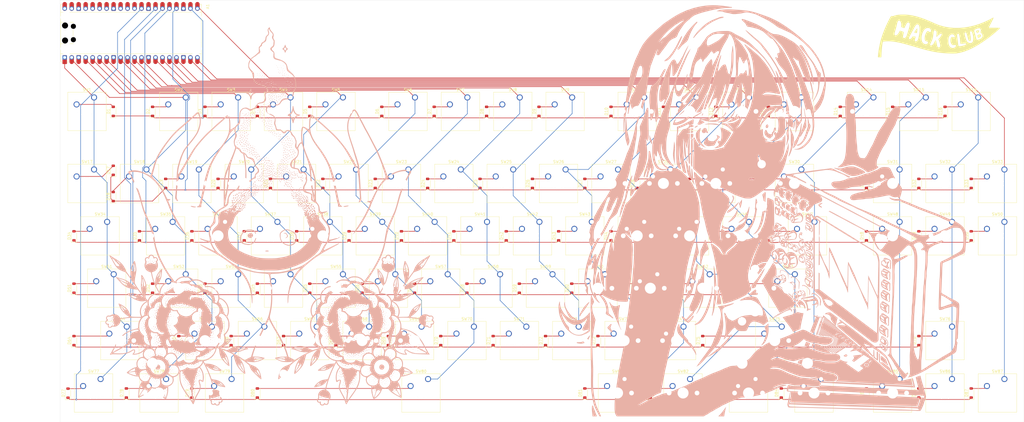
<source format=kicad_pcb>
(kicad_pcb (version 20241229) (generator "pcbnew") (generator_version "9.0")
  (layers (0 "F.Cu" signal) (2 "B.Cu" signal) (13 "F.Paste" user) (15 "B.Paste" user) (5 "F.SilkS" user "F.Silkscreen") (7 "B.SilkS" user "B.Silkscreen") (1 "F.Mask" user) (3 "B.Mask" user) (25 "Edge.Cuts" user))
  (net 0 "")
  (net 1 "ROW 5")
  (net 4 "COL 9")
  (net 5 "COL 13")
  (net 6 "COL 3")
  (net 8 "ROW 2")
  (net 12 "COL 6")
  (net 13 "COL 10")
  (net 14 "ROW 3")
  (net 16 "COL 8")
  (net 18 "COL 11")
  (net 24 "COL 7")
  (net 26 "ROW 6")
  (net 29 "COL 12")
  (net 30 "COL 4")
  (net 31 "COL 2")
  (net 33 "ROW 1")
  (net 34 "ROW 4")
  (net 38 "COL 14")
  (net 41 "COL 16")
  (net 43 "COL 15")
  (net 51 "COL 5")
  (net 52 "COL 17")
  (net 54 "COL 1")
  (net 58 "Net-(D1-A)")
  (net 59 "Net-(D2-A)")
  (net 60 "Net-(D3-A)")
  (net 61 "Net-(D4-A)")
  (net 62 "Net-(D5-A)")
  (net 63 "Net-(D6-A)")
  (net 64 "Net-(D7-A)")
  (net 65 "Net-(D8-A)")
  (net 66 "Net-(D9-A)")
  (net 67 "Net-(D10-A)")
  (net 68 "Net-(D11-A)")
  (net 69 "Net-(D12-A)")
  (net 70 "Net-(D13-A)")
  (net 71 "Net-(D14-A)")
  (net 72 "Net-(D15-A)")
  (net 73 "Net-(D16-A)")
  (net 74 "Net-(D17-A)")
  (net 75 "Net-(D18-A)")
  (net 76 "Net-(D19-A)")
  (net 77 "Net-(D20-A)")
  (net 78 "Net-(D21-A)")
  (net 79 "Net-(D22-A)")
  (net 80 "Net-(D23-A)")
  (net 81 "Net-(D24-A)")
  (net 82 "Net-(D25-A)")
  (net 83 "Net-(D26-A)")
  (net 84 "Net-(D27-A)")
  (net 85 "Net-(D28-A)")
  (net 86 "Net-(D29-A)")
  (net 87 "Net-(D30-A)")
  (net 88 "Net-(D31-A)")
  (net 89 "Net-(D32-A)")
  (net 90 "Net-(D33-A)")
  (net 91 "Net-(D34-A)")
  (net 92 "Net-(D35-A)")
  (net 93 "Net-(D36-A)")
  (net 94 "Net-(D37-A)")
  (net 95 "Net-(D38-A)")
  (net 96 "Net-(D39-A)")
  (net 97 "Net-(D40-A)")
  (net 98 "Net-(D41-A)")
  (net 99 "Net-(D42-A)")
  (net 100 "Net-(D43-A)")
  (net 101 "Net-(D44-A)")
  (net 102 "Net-(D45-A)")
  (net 103 "Net-(D46-A)")
  (net 104 "Net-(D47-A)")
  (net 105 "Net-(D48-A)")
  (net 106 "Net-(D49-A)")
  (net 107 "Net-(D50-A)")
  (net 108 "Net-(D51-A)")
  (net 109 "Net-(D52-A)")
  (net 110 "Net-(D53-A)")
  (net 111 "Net-(D54-A)")
  (net 112 "Net-(D55-A)")
  (net 113 "Net-(D56-A)")
  (net 114 "Net-(D57-A)")
  (net 115 "Net-(D58-A)")
  (net 116 "Net-(D59-A)")
  (net 117 "Net-(D60-A)")
  (net 118 "Net-(D61-A)")
  (net 119 "Net-(D62-A)")
  (net 120 "Net-(D63-A)")
  (net 121 "Net-(D64-A)")
  (net 122 "Net-(D65-A)")
  (net 123 "Net-(D66-A)")
  (net 124 "Net-(D67-A)")
  (net 125 "Net-(D68-A)")
  (net 126 "Net-(D69-A)")
  (net 127 "Net-(D70-A)")
  (net 128 "Net-(D71-A)")
  (net 129 "Net-(D72-A)")
  (net 130 "Net-(D73-A)")
  (net 131 "Net-(D74-A)")
  (net 132 "Net-(D75-A)")
  (net 133 "Net-(D76-A)")
  (net 134 "Net-(D77-A)")
  (net 135 "Net-(D78-A)")
  (net 136 "Net-(D79-A)")
  (net 137 "Net-(D80-A)")
  (net 138 "Net-(D81-A)")
  (net 139 "Net-(D82-A)")
  (net 140 "Net-(D83-A)")
  (net 141 "Net-(D84-A)")
  (net 142 "Net-(D85-A)")
  (net 143 "Net-(D86-A)")
  (net 144 "Net-(D87-A)")
  (footprint "Button_Switch_Keyboard:SW_Cherry_MX_1.00u_PCB" (layer "F.Cu") (at 243.04625 61.595)
    (property "Reference" "SW10")
    (property "Value" "F9")
  )
  (footprint "Diode_SMD:D_SOD-123" (layer "F.Cu") (at 147.6375 66.675 90)
    (property "Reference" "D6")
    (property "Value" "D")
  )
  (footprint "Diode_SMD:D_SOD-123" (layer "F.Cu") (at 314.325 66.675 90)
    (property "Reference" "D14")
    (property "Value" "D")
  )
  (footprint "Button_Switch_Keyboard:SW_Cherry_MX_1.00u_PCB" (layer "F.Cu") (at 345.4404 61.595)
    (property "Reference" "SW15")
    (property "Value" "F14")
  )
  (footprint "Diode_SMD:D_SOD-123" (layer "F.Cu") (at 64.29415 130.96995 90)
    (property "Reference" "D52")
    (property "Value" "D")
  )
  (footprint "Button_Switch_Keyboard:SW_Cherry_MX_1.00u_PCB" (layer "F.Cu") (at 90.64705 106.83875)
    (property "Reference" "SW36")
    (property "Value" "W")
  )
  (footprint "Diode_SMD:D_SOD-123" (layer "F.Cu") (at 126.20825 92.86915 90)
    (property "Reference" "D22")
    (property "Value" "D")
  )
  (footprint "Button_Switch_Keyboard:SW_Cherry_MX_1.25u_PCB" (layer "F.Cu") (at 283.5275 163.98875)
    (property "Reference" "SW83")
    (property "Value" "Menu")
  )
  (footprint "Diode_SMD:D_SOD-123" (layer "F.Cu") (at 207.17155 150.01875 90)
    (property "Reference" "D72")
    (property "Value" "D")
  )
  (footprint "Button_Switch_Keyboard:SW_Cherry_MX_2.25u_PCB" (layer "F.Cu") (at 54.9275 144.93875)
    (property "Reference" "SW64")
    (property "Value" "Shift")
  )
  (footprint "Diode_SMD:D_SOD-123" (layer "F.Cu") (at 35.71875 111.91875 90)
    (property "Reference" "D34")
    (property "Value" "D")
  )
  (footprint "Button_Switch_Keyboard:SW_Cherry_MX_1.00u_PCB" (layer "F.Cu") (at 326.39 61.595)
    (property "Reference" "SW14")
    (property "Value" "F13")
  )
  (footprint "Diode_SMD:D_SOD-123" (layer "F.Cu") (at 169.07075 150.01875 90)
    (property "Reference" "D70")
    (property "Value" "D")
  )
  (footprint "Button_Switch_Keyboard:SW_Cherry_MX_1.00u_PCB" (layer "F.Cu") (at 114.45955 125.88875)
    (property "Reference" "SW54")
    (property "Value" "D")
  )
  (footprint "Diode_SMD:D_SOD-123" (layer "F.Cu") (at 88.10745 92.86915 90)
    (property "Reference" "D20")
    (property "Value" "D")
  )
  (footprint "Diode_SMD:D_SOD-123" (layer "F.Cu") (at 245.26875 169.06875 90)
    (property "Reference" "D82")
    (property "Value" "D")
  )
  (footprint "Button_Switch_Keyboard:SW_Cherry_MX_1.00u_PCB" (layer "F.Cu") (at 181.13575 144.93875)
    (property "Reference" "SW70")
    (property "Value" "N")
  )
  (footprint "Diode_SMD:D_SOD-123" (layer "F.Cu") (at 183.35945 92.86915 90)
    (property "Reference" "D25")
    (property "Value" "D")
  )
  (footprint "Diode_SMD:D_SOD-123" (layer "F.Cu") (at 240.51065 92.86915 90)
    (property "Reference" "D28")
    (property "Value" "D")
  )
  (footprint "Diode_SMD:D_SOD-123" (layer "F.Cu") (at 211.93485 111.91875 90)
    (property "Reference" "D43")
    (property "Value" "D")
  )
  (footprint "Button_Switch_Keyboard:SW_Cherry_MX_1.00u_PCB" (layer "F.Cu") (at 62.07165 87.78915)
    (property "Reference" "SW18")
    (property "Value" "1")
  )
  (footprint "Button_Switch_Keyboard:SW_Cherry_MX_1.00u_PCB" (layer "F.Cu") (at 95.40915 125.88875)
    (property "Reference" "SW53")
    (property "Value" "S")
  )
  (footprint "Diode_SMD:D_SOD-123" (layer "F.Cu") (at 121.44535 66.675 90)
    (property "Reference" "D5")
    (property "Value" "D")
  )
  (footprint "Diode_SMD:D_SOD-123" (layer "F.Cu") (at 323.85 169.06875 90)
    (property "Reference" "D85")
    (property "Value" "D")
  )
  (footprint "Button_Switch_Keyboard:SW_Cherry_MX_1.00u_PCB" (layer "F.Cu") (at 81.12205 87.78915)
    (property "Reference" "SW19")
    (property "Value" "2")
  )
  (footprint "Diode_SMD:D_SOD-123" (layer "F.Cu") (at 54.76875 169.06875 90)
    (property "Reference" "D78")
    (property "Value" "D")
  )
  (footprint "Diode_SMD:D_SOD-123" (layer "F.Cu") (at 250.03565 111.91875 90)
    (property "Reference" "D45")
    (property "Value" "D")
  )
  (footprint "Diode_SMD:D_SOD-123" (layer "F.Cu") (at 102.39495 66.675 90)
    (property "Reference" "D4")
    (property "Value" "D")
  )
  (footprint "Button_Switch_Keyboard:SW_Cherry_MX_1.00u_PCB" (layer "F.Cu") (at 166.84865 106.83875)
    (property "Reference" "SW40")
    (property "Value" "Y")
  )
  (footprint "Diode_SMD:D_SOD-123" (layer "F.Cu") (at 178.59655 130.96995 90)
    (property "Reference" "D58")
    (property "Value" "D")
  )
  (footprint "Button_Switch_Keyboard:SW_Cherry_MX_1.00u_PCB" (layer "F.Cu") (at 262.09665 61.595)
    (property "Reference" "SW11")
    (property "Value" "F10")
  )
  (footprint "Diode_SMD:D_SOD-123" (layer "F.Cu") (at 288.13645 111.91875 90)
    (property "Reference" "D47")
    (property "Value" "D")
  )
  (footprint "Diode_SMD:D_SOD-123" (layer "F.Cu") (at 323.85 111.91875 90)
    (property "Reference" "D48")
    (property "Value" "D")
  )
  (footprint "Button_Switch_Keyboard:SW_Cherry_MX_1.00u_PCB" (layer "F.Cu") (at 354.965 87.78875)
    (property "Reference" "SW32")
    (property "Value" "Home")
  )
  (footprint "Diode_SMD:D_SOD-123" (layer "F.Cu") (at 250.03165 66.675 90)
    (property "Reference" "D11")
    (property "Value" "D")
  )
  (footprint "Diode_SMD:D_SOD-123" (layer "F.Cu") (at 323.85 92.86875 90)
    (property "Reference" "D31")
    (property "Value" "D")
  )
  (footprint "Diode_SMD:D_SOD-123" (layer "F.Cu") (at 185.7383 66.675 90)
    (property "Reference" "D8")
    (property "Value" "D")
  )
  (footprint "Button_Switch_Keyboard:SW_Cherry_MX_1.00u_PCB" (layer "F.Cu") (at 171.61075 125.88875)
    (property "Reference" "SW57")
    (property "Value" "H")
  )
  (footprint "Button_Switch_Keyboard:SW_Cherry_MX_1.00u_PCB" (layer "F.Cu") (at 95.40915 61.595)
    (property "Reference" "SW3")
    (property "Value" "F2")
  )
  (footprint "Button_Switch_Keyboard:SW_Cherry_MX_1.00u_PCB" (layer "F.Cu") (at 262.10065 106.83875)
    (property "Reference" "SW45")
    (property "Value" "[/{")
  )
  (footprint "Diode_SMD:D_SOD-123" (layer "F.Cu") (at 197.64695 130.96995 90)
    (property "Reference" "D59")
    (property "Value" "D")
  )
  (footprint "Button_Switch_Keyboard:SW_Cherry_MX_1.00u_PCB" (layer "F.Cu") (at 133.50995 125.88875)
    (property "Reference" "SW55")
    (property "Value" "F")
  )
  (footprint "Diode_SMD:D_SOD-123" (layer "F.Cu") (at 361.9504 111.91875 90)
    (property "Reference" "D50")
    (property "Value" "D")
  )
  (footprint "Diode_SMD:D_SOD-123" (layer "F.Cu") (at 102.39375 169.06875 90)
    (property "Reference" "D80")
    (property "Value" "D")
  )
  (footprint "Button_Switch_Keyboard:SW_Cherry_MX_1.00u_PCB" (layer "F.Cu") (at 281.14705 61.595)
    (property "Reference" "SW12")
    (property "Value" "F11")
  )
  (footprint "Button_Switch_Keyboard:SW_Cherry_MX_1.00u_PCB" (layer "F.Cu") (at 157.32365 87.78915)
    (property "Reference" "SW23")
    (property "Value" "6")
  )
  (footprint "Diode_SMD:D_SOD-123" (layer "F.Cu") (at 278.61145 92.86915 90)
    (property "Reference" "D30")
    (property "Value" "D")
  )
  (footprint "Demo:hacklogo" (layer "F.Cu") (at 350.3 39.225)
    (property "Reference" "G***" (hide yes))
    (property "Value" "LOGO" (hide yes))
  )
  (footprint "Diode_SMD:D_SOD-123" (layer "F.Cu") (at 78.58205 111.91875 90)
    (property "Reference" "D36")
    (property "Value" "D")
  )
  (footprint "Diode_SMD:D_SOD-123" (layer "F.Cu") (at 273.84855 130.96995 90)
    (property "Reference" "D63")
    (property "Value" "D")
  )
  (footprint "Diode_SMD:D_SOD-123" (layer "F.Cu") (at 59.53125 111.91875 90)
    (property "Reference" "D35")
    (property "Value" "D")
  )
  (footprint "Button_Switch_Keyboard:SW_Cherry_MX_1.00u_PCB" (layer "F.Cu") (at 119.22285 87.78915)
    (property "Reference" "SW21")
    (property "Value" "4")
  )
  (footprint "Button_Switch_Keyboard:SW_Cherry_MX_1.00u_PCB" (layer "F.Cu") (at 374.015 163.98875)
    (property "Reference" "SW87")
    (property "Value" "A_RIGHT")
  )
  (footprint "Diode_SMD:D_SOD-123" (layer "F.Cu") (at 221.45625 169.06875 90)
    (property "Reference" "D81")
    (property "Value" "D")
  )
  (footprint "Diode_SMD:D_SOD-123" (layer "F.Cu") (at 135.73325 111.91875 90)
    (property "Reference" "D39")
    (property "Value" "D")
  )
  (footprint "Button_Switch_Keyboard:SW_Cherry_MX_1.00u_PCB" (layer "F.Cu") (at 152.56035 125.88875)
    (property "Reference" "SW56")
    (property "Value" "G")
  )
  (footprint "Diode_SMD:D_SOD-123" (layer "F.Cu") (at 154.78365 111.91875 90)
    (property "Reference" "D40")
    (property "Value" "D")
  )
  (footprint "Diode_SMD:D_SOD-123" (layer "F.Cu") (at 361.9496 92.86875 90)
    (property "Reference" "D33")
    (property "Value" "D")
  )
  (footprint "Button_Switch_Keyboard:SW_Cherry_MX_1.00u_PCB" (layer "F.Cu") (at 214.47485 87.78915)
    (property "Reference" "SW26")
    (property "Value" "9")
  )
  (footprint "Diode_SMD:D_SOD-123" (layer "F.Cu") (at 83.34455 66.675 90)
    (property "Reference" "D3")
    (property "Value" "D")
  )
  (footprint "Diode_SMD:D_SOD-123" (layer "F.Cu") (at 216.69735 130.96995 90)
    (property "Reference" "D60")
    (property "Value" "D")
  )
  (footprint "Button_Switch_Keyboard:SW_Cherry_MX_1.00u_PCB" (layer "F.Cu") (at 209.71155 125.88875)
    (property "Reference" "SW59")
    (property "Value" "K")
  )
  (footprint "Button_Switch_Keyboard:SW_Cherry_MX_1.00u_PCB" (layer "F.Cu") (at 238.28695 144.93875)
    (property "Reference" "SW73")
    (property "Value" ">")
  )
  (footprint "Button_Switch_Keyboard:SW_Cherry_MX_6.25u_PCB" (layer "F.Cu") (at 164.465 163.98875)
    (property "Reference" "SW80")
    (property "Value" "Space")
  )
  (footprint "Button_Switch_Keyboard:SW_Cherry_MX_1.00u_PCB" (layer "F.Cu") (at 354.965 106.83875)
    (property "Reference" "SW49")
    (property "Value" "End")
  )
  (footprint "Button_Switch_Keyboard:SW_Cherry_MX_1.00u_PCB" (layer "F.Cu") (at 159.7025 61.595)
    (property "Reference" "SW6")
    (property "Value" "F5")
  )
  (footprint "Diode_SMD:D_SOD-123" (layer "F.Cu") (at 192.88445 111.91875 90)
    (property "Reference" "D42")
    (property "Value" "D")
  )
  (footprint "Diode_SMD:D_SOD-123" (layer "F.Cu") (at 259.56105 92.86915 90)
    (property "Reference" "D29")
    (property "Value" "D")
  )
  (footprint "Diode_SMD:D_SOD-123" (layer "F.Cu") (at 245.27235 150.01875 90)
    (property "Reference" "D74")
    (property "Value" "D")
  )
  (footprint "Button_Switch_Keyboard:SW_Cherry_MX_1.00u_PCB" (layer "F.Cu") (at 223.99985 106.83875)
    (property "Reference" "SW43")
    (property "Value" "O")
  )
  (footprint "Diode_SMD:D_SOD-123" (layer "F.Cu") (at 292.89375 169.06875 90)
    (property "Reference" "D84")
    (property "Value" "D")
  )
  (footprint "Button_Switch_Keyboard:SW_Cherry_MX_1.25u_PCB" (layer "F.Cu") (at 93.0275 163.98875)
    (property "Reference" "SW79")
    (property "Value" "Alt")
  )
  (footprint "Diode_SMD:D_SOD-123" (layer "F.Cu") (at 342.9004 169.06875 90)
    (property "Reference" "D86")
    (property "Value" "D")
  )
  (footprint "Button_Switch_Keyboard:SW_Cherry_MX_1.00u_PCB" (layer "F.Cu") (at 216.8537 61.595)
    (property "Reference" "SW9")
    (property "Value" "F8")
  )
  (footprint "Button_Switch_Keyboard:SW_Cherry_MX_1.00u_PCB" (layer "F.Cu") (at 100.17245 87.78915)
    (property "Reference" "SW20")
    (property "Value" "3")
  )
  (footprint "Button_Switch_Keyboard:SW_Cherry_MX_1.00u_PCB" (layer "F.Cu") (at 197.8033 61.595)
    (property "Reference" "SW8")
    (property "Value" "F7")
  )
  (footprint "Button_Switch_Keyboard:SW_Cherry_MX_1.25u_PCB" (layer "F.Cu") (at 259.715 163.98875)
    (property "Reference" "SW82")
    (property "Value" "OS")
  )
  (footprint "Button_Switch_Keyboard:SW_Cherry_MX_1.00u_PCB" (layer "F.Cu") (at 114.45955 61.595)
    (property "Reference" "SW4")
    (property "Value" "F3")
  )
  (footprint "Diode_SMD:D_SOD-123" (layer "F.Cu") (at 35.71875 130.96995 90)
    (property "Reference" "D51")
    (property "Value" "D")
  )
  (footprint "Button_Switch_Keyboard:SW_Cherry_MX_1.00u_PCB" (layer "F.Cu") (at 76.35875 61.595)
    (property "Reference" "SW2")
    (property "Value" "F1")
  )
  (footprint "Diode_SMD:D_SOD-123" (layer "F.Cu") (at 111.91955 150.01875 90)
    (property "Reference" "D67")
    (property "Value" "D")
  )
  (footprint "Diode_SMD:D_SOD-123" (layer "F.Cu") (at 116.68285 111.91875 90)
    (property "Reference" "D38")
    (property "Value" "D")
  )
  (footprint "Button_Switch_Keyboard:SW_Cherry_MX_1.00u_PCB" (layer "F.Cu") (at 374.0146 87.78875)
    (property "Reference" "SW33")
    (property "Value" "Page Up")
  )
  (footprint "Diode_SMD:D_SOD-123" (layer "F.Cu") (at 226.22195 150.01875 90)
    (property "Reference" "D73")
    (property "Value" "D")
  )
  (footprint "Button_Switch_Keyboard:SW_Cherry_MX_1.00u_PCB" (layer "F.Cu") (at 162.08535 144.93875)
    (property "Reference" "SW69")
    (property "Value" "B")
  )
  (footprint "Button_Switch_Keyboard:SW_Cherry_MX_1.00u_PCB" (layer "F.Cu") (at 176.37405 87.78915)
    (property "Reference" "SW24")
    (property "Value" "7")
  )
  (footprint "Button_Switch_Keyboard:SW_Cherry_MX_1.00u_PCB" (layer "F.Cu") (at 43.02125 61.595)
    (property "Reference" "SW1")
    (property "Value" "Esc")
  )
  (footprint "Button_Switch_Keyboard:SW_Cherry_MX_1.00u_PCB" (layer "F.Cu") (at 185.89905 106.83875)
    (property "Reference" "SW41")
    (property "Value" "U")
  )
  (footprint "Button_Switch_Keyboard:SW_Cherry_MX_1.00u_PCB" (layer "F.Cu") (at 200.18615 144.93875)
    (property "Reference" "SW71")
    (property "Value" "M")
  )
  (footprint "Button_Switch_Keyboard:SW_Cherry_MX_1.00u_PCB" (layer "F.Cu") (at 133.50995 61.595)
    (property "Reference" "SW5")
    (property "Value" "F4")
  )
  (footprint "Diode_SMD:D_SOD-123" (layer "F.Cu") (at 78.58125 169.06875 90)
    (property "Reference" "D79")
    (property "Value" "D")
  )
  (footprint "Button_Switch_Keyboard:SW_Cherry_MX_1.25u_PCB" (layer "F.Cu") (at 307.34 163.98875)
    (property "Reference" "SW84")
    (property "Value" "Ctrl")
  )
  (footprint "Diode_SMD:D_SOD-123" (layer "F.Cu") (at 235.74775 130.96995 90)
    (property "Reference" "D61")
    (property "Value" "D")
  )
  (footprint "Button_Switch_Keyboard:SW_Cherry_MX_1.00u_PCB" (layer "F.Cu") (at 178.7529 61.595)
    (property "Reference" "SW7")
    (property "Value" "F6")
  )
  (footprint "Button_Switch_Keyboard:SW_Cherry_MX_1.00u_PCB" (layer "F.Cu") (at 219.23655 144.93875)
    (property "Reference" "SW72")
    (property "Value" "<")
  )
  (footprint "Diode_SMD:D_SOD-123" (layer "F.Cu") (at 230.98525 111.91875 90)
    (property "Reference" "D44")
    (property "Value" "D")
  )
  (footprint "Button_Switch_Keyboard:SW_Cherry_MX_1.00u_PCB" (layer "F.Cu") (at 190.66115 125.88875)
    (property "Reference" "SW58")
    (property "Value" "J")
  )
  (footprint "Diode_SMD:D_SOD-123" (layer "F.Cu") (at 107.15785 92.86915 90)
    (property "Reference" "D21")
    (property "Value" "D")
  )
  (footprint "Button_Switch_Keyboard:SW_Cherry_MX_1.00u_PCB" (layer "F.Cu") (at 109.69745 106.83875)
    (property "Reference" "SW37")
    (property "Value" "E")
  )
  (footprint "Diode_SMD:D_SOD-123" (layer "F.Cu") (at 166.6879 66.675 90)
    (property "Reference" "D7")
    (property "Value" "D")
  )
  (footprint "Button_Switch_Keyboard:SW_Cherry_MX_2.75u_PCB" (layer "F.Cu") (at 293.0525 144.93875)
    (property "Reference" "SW75")
    (property "Value" "SH")
  )
  (footprint "Diode_SMD:D_SOD-123" (layer "F.Cu") (at 33.55 169.125 90)
    (property "Reference" "D77")
    (property "Value" "D")
  )
  (footprint "Button_Switch_Keyboard:SW_Cherry_MX_1.00u_PCB" (layer "F.Cu") (at 204.94945 106.83875)
    (property "Reference" "SW42")
    (property "Value" "I")
  )
  (footprint "Diode_SMD:D_SOD-123" (layer "F.Cu") (at 69.05705 92.86915 90)
    (property "Reference" "D19")
    (property "Value" "D")
  )
  (footprint "Button_Switch_Keyboard:SW_Cherry_MX_1.00u_PCB" (layer "F.Cu") (at 76.35875 125.88875)
    (property "Reference" "SW52")
    (property "Value" "a")
  )
  (footprint "Diode_SMD:D_SOD-123" (layer "F.Cu") (at 202.40985 92.86915 90)
    (property "Reference" "D26")
    (property "Value" "D")
  )
  (footprint "Diode_SMD:D_SOD-123" (layer "F.Cu") (at 269.08605 111.91875 90)
    (property "Reference" "D46")
    (property "Value" "D")
  )
  (footprint "Button_Switch_Keyboard:SW_Cherry_MX_1.00u_PCB" (layer "F.Cu") (at 252.57565 87.78915)
    (property "Reference" "SW28")
    (property "Value" "-/_")
  )
  (footprint "Diode_SMD:D_SOD-123" (layer "F.Cu") (at 130.96995 150.01875 90)
    (property "Reference" "D68")
    (property "Value" "D")
  )
  (footprint "Diode_SMD:D_SOD-123" (layer "F.Cu") (at 83.34455 130.96995 90)
    (property "Reference" "D53")
    (property "Value" "D")
  )
  (footprint "Diode_SMD:D_SOD-123" (layer "F.Cu") (at 173.83405 111.91875 90)
    (property "Reference" "D41")
    (property "Value" "D")
  )
  (footprint "Button_Switch_Keyboard:SW_Cherry_MX_1.75u_PCB" (layer "F.Cu") (at 50.165 125.88995)
    (property "Reference" "SW51")
    (property "Value" "Caps Lock")
  )
  (footprint "Module:RaspberryPi_Pico_Common_Unspecified" (layer "F.Cu") (at 56.475 38.175 90)
    (property "Reference" "A1")
    (property "Value" "RaspberryPi_Pico")
  )
  (footprint "Button_Switch_Keyboard:SW_Cherry_MX_1.00u_PCB" (layer "F.Cu") (at 147.79825 106.83875)
    (property "Reference" "SW39")
    (property "Value" "T")
  )
  (footprint "Button_Switch_Keyboard:SW_Cherry_MX_1.00u_PCB" (layer "F.Cu") (at 257.33735 144.93875)
    (property "Reference" "SW74")
    (property "Value" "?")
  )
  (footprint "Diode_SMD:D_SOD-123" (layer "F.Cu") (at 361.9508 169.06875 90)
    (property "Reference" "D87")
    (property "Value" "D")
  )
  (footprint "Diode_SMD:D_SOD-123" (layer "F.Cu") (at 73.81875 150.01875 90)
    (property "Reference" "D65")
    (property "Value" "D")
  )
  (footprint "Button_Switch_Keyboard:SW_Cherry_MX_1.00u_PCB" (layer "F.Cu") (at 364.4908 61.595)
    (property "Reference" "SW16")
    (property "Value" "F15")
  )
  (footprint "Button_Switch_Keyboard:SW_Cherry_MX_1.00u_PCB" (layer "F.Cu") (at 104.93415 144.93875)
    (property "Reference" "SW66")
    (property "Value" "X")
  )
  (footprint "Button_Switch_Keyboard:SW_Cherry_MX_1.50u_PCB" (layer "F.Cu") (at 47.78375 106.83875)
    (property "Reference" "SW34")
    (property "Value" "Tab")
  )
  (footprint "Diode_SMD:D_SOD-123" (layer "F.Cu") (at 102.39495 130.96995 90)
    (property "Reference" "D54")
    (property "Value" "D")
  )
  (footprint "Button_Switch_Keyboard:SW_Cherry_MX_1.00u_PCB" (layer "F.Cu") (at 85.88375 144.93875)
    (property "Reference" "SW65")
    (property "Value" "Z")
  )
  (footprint "Diode_SMD:D_SOD-123" (layer "F.Cu") (at 204.7887 66.675 90)
    (property "Reference" "D9")
    (property "Value" "D")
  )
  (footprint "Diode_SMD:D_SOD-123" (layer "F.Cu") (at 50.00625 88.10625 90)
    (property "Reference" "D17")
    (property "Value" "D")
  )
  (footprint "Button_Switch_Keyboard:SW_Cherry_MX_1.00u_PCB" (layer "F.Cu") (at 233.52525 87.78915)
    (property "Reference" "SW27")
    (property "Value" "0")
  )
  (footprint "Diode_SMD:D_SOD-123" (layer "F.Cu") (at 64.29415 66.675 90)
    (property "Reference" "D2")
    (property "Value" "D")
  )
  (footprint "Button_Switch_Keyboard:SW_Cherry_MX_1.25u_PCB" (layer "F.Cu") (at 45.4025 163.98875)
    (property "Reference" "SW77")
    (property "Value" "Ctrl")
  )
  (footprint "Diode_SMD:D_SOD-123" (layer "F.Cu") (at 269.08205 66.675 90)
    (property "Reference" "D12")
    (property "Value" "D")
  )
  (footprint "Button_Switch_Keyboard:SW_Cherry_MX_1.00u_PCB" (layer "F.Cu") (at 71.59625 106.83875)
    (property "Reference" "SW35")
    (property "Value" "Q")
  )
  (footprint "Button_Switch_Keyboard:SW_Cherry_MX_1.00u_PCB" (layer "F.Cu") (at 266.86275 125.88875)
    (property "Reference" "SW62")
    (property "Value" "\"/'")
  )
  (footprint "Diode_SMD:D_SOD-123" (layer "F.Cu") (at 50.00625 66.675 90)
    (property "Reference" "D1")
    (property "Value" "D")
  )
  (footprint "Button_Switch_Keyboard:SW_Cherry_MX_1.00u_PCB" (layer "F.Cu") (at 335.915 106.83875)
    (property "Reference" "SW48")
    (property "Value" "Delete")
  )
  (footprint "Diode_SMD:D_SOD-123" (layer "F.Cu") (at 254.79815 130.96995 90)
    (property "Reference" "D62")
    (property "Value" "D")
  )
  (footprint "Diode_SMD:D_SOD-123" (layer "F.Cu") (at 121.44535 130.96995 90)
    (property "Reference" "D55")
    (property "Value" "D")
  )
  (footprint "Button_Switch_Keyboard:SW_Cherry_MX_1.00u_PCB" (layer "F.Cu") (at 143.03495 144.93875)
    (property "Reference" "SW68")
    (property "Value" "V")
  )
  (footprint "Button_Switch_Keyboard:SW_Cherry_MX_1.00u_PCB" (layer "F.Cu") (at 123.98455 144.93875)
    (property "Reference" "SW67")
    (property "Value" "C")
  )
  (footprint "Button_Switch_Keyboard:SW_Cherry_MX_1.00u_PCB" (layer "F.Cu") (at 354.965 163.98875)
    (property "Reference" "SW86")
    (property "Value" "A_DOWN")
  )
  (footprint "Diode_SMD:D_SOD-123" (layer "F.Cu") (at 269.08125 169.06875 90)
    (property "Reference" "D83")
    (property "Value" "D")
  )
  (footprint "Diode_SMD:D_SOD-123" (layer "F.Cu") (at 342.9 111.91875 90)
    (property "Reference" "D49")
    (property "Value" "D")
  )
  (footprint "Diode_SMD:D_SOD-123" (layer "F.Cu") (at 352.4258 66.675 90)
    (property "Reference" "D16")
    (property "Value" "D")
  )
  (footprint "Diode_SMD:D_SOD-123" (layer "F.Cu") (at 97.63245 111.91875 90)
    (property "Reference" "D37")
    (property "Value" "D")
  )
  (footprint "Button_Switch_Keyboard:SW_Cherry_MX_1.00u_PCB" (layer "F.Cu") (at 374.0154 106.83875)
    (property "Reference" "SW50")
    (property "Value" "Page Down")
  )
  (footprint "Button_Switch_Keyboard:SW_Cherry_MX_1.00u_PCB" (layer "F.Cu") (at 43.02125 87.78915)
    (property "Reference" "SW17")
    (property "Value" "`/~")
  )
  (footprint "Button_Switch_Keyboard:SW_Cherry_MX_1.00u_PCB" (layer "F.Cu") (at 128.74785 106.83875)
    (property "Reference" "SW38")
    (property "Value" "R")
  )
  (footprint "Button_Switch_Keyboard:SW_Cherry_MX_1.25u_PCB" (layer "F.Cu") (at 69.215 163.98875)
    (property "Reference" "SW78")
    (property "Value" "OS")
  )
  (footprint "Diode_SMD:D_SOD-123" (layer "F.Cu") (at 35.71875 150.01875 90)
    (property "Reference" "D64")
    (property "Value" "D")
  )
  (footprint "Diode_SMD:D_SOD-123" (layer "F.Cu") (at 164.30905 92.86915 90)
    (property "Reference" "D24")
    (property "Value" "D")
  )
  (footprint "Diode_SMD:D_SOD-123" (layer "F.Cu") (at 333.3754 66.675 90)
    (property "Reference" "D15")
    (property "Value" "D")
  )
  (footprint "Button_Switch_Keyboard:SW_Cherry_MX_1.00u_PCB" (layer "F.Cu") (at 281.15105 106.83875)
    (property "Reference" "SW46")
    (property "Value" "]/}")
  )
  (footprint "Diode_SMD:D_SOD-123" (layer "F.Cu") (at 159.54615 130.96995 90)
    (property "Reference" "D57")
    (property "Value" "D")
  )
  (footprint "Button_Switch_Keyboard:SW_Cherry_MX_1.25u_PCB" (layer "F.Cu") (at 235.9025 163.98875)
    (property "Reference" "SW81")
    (property "Value" "Alt")
  )
  (footprint "Diode_SMD:D_SOD-123" (layer "F.Cu") (at 188.12115 150.01875 90)
    (property "Reference" "D71")
    (property "Value" "D")
  )
  (footprint "Diode_SMD:D_SOD-123" (layer "F.Cu") (at 140.49575 130.96995 90)
    (property "Reference" "D56")
    (property "Value" "D")
  )
  (footprint "Button_Switch_Keyboard:SW_Cherry_MX_1.00u_PCB" (layer "F.Cu") (at 354.965 144.93875)
    (property "Reference" "SW76")
    (property "Value" "A_UP")
  )
  (footprint "Button_Switch_Keyboard:SW_Cherry_MX_1.00u_PCB" (layer "F.Cu") (at 271.62605 87.78915)
    (property "Reference" "SW29")
    (property "Value" "=/+")
  )
  (footprint "Diode_SMD:D_SOD-123" (layer "F.Cu") (at 264.32275 150.01875 90)
    (property "Reference" "D75")
    (property "Value" "D")
  )
  (footprint "Button_Switch_Keyboard:SW_Cherry_MX_2.00u_PCB" (layer "F.Cu") (at 300.19625 87.78915)
    (property "Reference" "SW30")
    (property "Value" "Backspace")
  )
  (footprint "Diode_SMD:D_SOD-123" (layer "F.Cu") (at 230.98125 66.675 90)
    (property "Reference" "D10")
    (property "Value" "D")
  )
  (footprint "Diode_SMD:D_SOD-123" (layer "F.Cu") (at 288.13245 66.675 90)
    (property "Reference" "D13")
    (property "Value" "D")
  )
  (footprint "Diode_SMD:D_SOD-123" (layer "F.Cu") (at 342.9004 92.86875 90)
    (property "Reference" "D32")
    (property "Value" "D")
  )
  (footprint "Button_Switch_Keyboard:SW_Cherry_MX_1.00u_PCB" (layer "F.Cu") (at 138.27325 87.78915)
    (property "Reference" "SW22")
    (property "Value" "5")
  )
  (footprint "Diode_SMD:D_SOD-123" (layer "F.Cu") (at 150.02035 150.01875 90)
    (property "Reference" "D69")
    (property "Value" "D")
  )
  (footprint "Diode_SMD:D_SOD-123" (layer "F.Cu") (at 92.86915 150.01875 90)
    (property "Reference" "D66")
    (property "Value" "D")
  )
  (footprint "Button_Switch_Keyboard:SW_Cherry_MX_1.50u_PCB" (layer "F.Cu") (at 304.95875 106.83875)
    (property "Reference" "SW47")
    (property "Value" "\\ / |")
  )
  (footprint "Button_Switch_Keyboard:SW_Cherry_MX_1.00u_PCB" (layer "F.Cu") (at 300.19745 61.595)
    (property "Reference" "SW13")
    (property "Value" "F12")
  )
  (footprint "Button_Switch_Keyboard:SW_Cherry_MX_1.00u_PCB" (layer "F.Cu") (at 247.81235 125.88875)
    (property "Reference" "SW61")
    (property "Value" ":/;")
  )
  (footprint "Diode_SMD:D_SOD-123" (layer "F.Cu") (at 342.9 150.01875 90)
    (property "Reference" "D76")
    (property "Value" "D")
  )
  (footprint "Button_Switch_Keyboard:SW_Cherry_MX_2.25u_PCB" (layer "F.Cu") (at 297.815 125.88875)
    (property "Reference" "SW63")
    (property "Value" "Enter")
  )
  (footprint "Button_Switch_Keyboard:SW_Cherry_MX_1.00u_PCB" (layer "F.Cu") (at 335.915 87.78875)
    (property "Reference" "SW31")
    (property "Value" "Insert")
  )
  (footprint "Diode_SMD:D_SOD-123" (layer "F.Cu") (at 221.46025 92.86915 90)
    (property "Reference" "D27")
    (property "Value" "D")
  )
  (footprint "Button_Switch_Keyboard:SW_Cherry_MX_1.00u_PCB" (layer "F.Cu") (at 228.76195 125.88875)
    (property "Reference" "SW60")
    (property "Value" "L")
  )
  (footprint "Button_Switch_Keyboard:SW_Cherry_MX_1.00u_PCB" (layer "F.Cu") (at 243.05025 106.83875)
    (property "Reference" "SW44")
    (property "Value" "P")
  )
  (footprint "Button_Switch_Keyboard:SW_Cherry_MX_1.00u_PCB" (layer "F.Cu") (at 195.42445 87.78915)
    (property "Reference" "SW25")
    (property "Value" "8")
  )
  (footprint "Diode_SMD:D_SOD-123" (layer "F.Cu") (at 145.25865 92.86915 90)
    (property "Reference" "D23")
    (property "Value" "D")
  )
  (footprint "Button_Switch_Keyboard:SW_Cherry_MX_1.00u_PCB" (layer "F.Cu") (at 335.915 163.98875)
    (property "Reference" "SW85")
    (property "Value" "A_LEFT")
  )
  (footprint "Diode_SMD:D_SOD-123" (layer "F.Cu") (at 50.00625 97.63125 90)
    (property "Reference" "D18")
    (property "Value" "D")
  )
  (footprint "Demo:Calcifer-160" (layer "B.Cu") (at 107.2 105.325 180)
    (property "Reference" "G***" (hide yes))
    (property "Value" "LOGO" (hide yes))
  )
  (footprint "Demo:anime no back" (layer "B.Cu") (at 285.625 102.525 180)
    (property "Reference" "G***")
    (property "Value" "LOGO" (hide yes))
  )
  (gr_rect (start 30.65 26.2) (end 381.125 179.625) (stroke (width 0.05)) (fill no) (layer "Edge.Cuts"))
  (segment (start 149.31935 152.36975) (end 150.02035 151.66875) (width 0.2) (layer "F.Cu") (net 1))
  (segment (start 73.11775 152.36975) (end 73.81875 151.66875) (width 0.2) (layer "F.Cu") (net 1))
  (segment (start 150.02035 151.66875) (end 150.72135 152.36975) (width 0.2) (layer "F.Cu") (net 1))
  (segment (start 130.26895 152.36975) (end 130.96995 151.66875) (width 0.2) (layer "F.Cu") (net 1))
  (segment (start 150.72135 152.36975) (end 168.36975 152.36975) (width 0.2) (layer "F.Cu") (net 1))
  (segment (start 56.275 152.36975) (end 73.11775 152.36975) (width 0.2) (layer "F.Cu") (net 1))
  (segment (start 263.62175 152.36975) (end 264.32275 151.66875) (width 0.2) (layer "F.Cu") (net 1))
  (segment (start 111.21855 152.36975) (end 111.91955 151.66875) (width 0.2) (layer "F.Cu") (net 1))
  (segment (start 225.52095 152.36975) (end 226.22195 151.66875) (width 0.2) (layer "F.Cu") (net 1))
  (segment (start 169.07075 151.66875) (end 169.77175 152.36975) (width 0.2) (layer "F.Cu") (net 1))
  (segment (start 342.199 152.36975) (end 342.9 151.66875) (width 0.2) (layer "F.Cu") (net 1))
  (segment (start 187.42015 152.36975) (end 188.12115 151.66875) (width 0.2) (layer "F.Cu") (net 1))
  (segment (start 265.02375 152.36975) (end 342.199 152.36975) (width 0.2) (layer "F.Cu") (net 1))
  (segment (start 35.71875 151.66875) (end 36.41975 152.36975) (width 0.2) (layer "F.Cu") (net 1))
  (segment (start 226.92295 152.36975) (end 244.57135 152.36975) (width 0.2) (layer "F.Cu") (net 1))
  (segment (start 169.77175 152.36975) (end 187.42015 152.36975) (width 0.2) (layer "F.Cu") (net 1))
  (segment (start 188.12115 151.66875) (end 188.82215 152.36975) (width 0.2) (layer "F.Cu") (net 1))
  (segment (start 92.86915 151.66875) (end 93.57015 152.36975) (width 0.2) (layer "F.Cu") (net 1))
  (segment (start 131.67095 152.36975) (end 149.31935 152.36975) (width 0.2) (layer "F.Cu") (net 1))
  (segment (start 207.87255 152.36975) (end 225.52095 152.36975) (width 0.2) (layer "F.Cu") (net 1))
  (segment (start 245.97335 152.36975) (end 263.62175 152.36975) (width 0.2) (layer "F.Cu") (net 1))
  (segment (start 36.41975 152.36975) (end 56.275 152.36975) (width 0.2) (layer "F.Cu") (net 1))
  (segment (start 264.32275 151.66875) (end 265.02375 152.36975) (width 0.2) (layer "F.Cu") (net 1))
  (segment (start 73.81875 151.66875) (end 74.51975 152.36975) (width 0.2) (layer "F.Cu") (net 1))
  (segment (start 92.16815 152.36975) (end 92.86915 151.66875) (width 0.2) (layer "F.Cu") (net 1))
  (segment (start 130.96995 151.66875) (end 131.67095 152.36975) (width 0.2) (layer "F.Cu") (net 1))
  (segment (start 74.51975 152.36975) (end 92.16815 152.36975) (width 0.2) (layer "F.Cu") (net 1))
  (segment (start 244.57135 152.36975) (end 245.27235 151.66875) (width 0.2) (layer "F.Cu") (net 1))
  (segment (start 206.47055 152.36975) (end 207.17155 151.66875) (width 0.2) (layer "F.Cu") (net 1))
  (segment (start 111.91955 151.66875) (end 112.62055 152.36975) (width 0.2) (layer "F.Cu") (net 1))
  (segment (start 93.57015 152.36975) (end 111.21855 152.36975) (width 0.2) (layer "F.Cu") (net 1))
  (segment (start 207.17155 151.66875) (end 207.87255 152.36975) (width 0.2) (layer "F.Cu") (net 1))
  (segment (start 226.22195 151.66875) (end 226.92295 152.36975) (width 0.2) (layer "F.Cu") (net 1))
  (segment (start 188.82215 152.36975) (end 206.47055 152.36975) (width 0.2) (layer "F.Cu") (net 1))
  (segment (start 112.62055 152.36975) (end 130.26895 152.36975) (width 0.2) (layer "F.Cu") (net 1))
  (segment (start 168.36975 152.36975) (end 169.07075 151.66875) (width 0.2) (layer "F.Cu") (net 1))
  (segment (start 245.27235 151.66875) (end 245.97335 152.36975) (width 0.2) (layer "F.Cu") (net 1))
  (via (at 56.275 152.36975) (size 0.6) (drill 0.3) (layers "F.Cu" "B.Cu") (net 1))
  (segment (start 56.37064 149.41714) (end 56.2665 149.52128) (width 0.2) (layer "B.Cu") (net 1))
  (segment (start 56.37064 93.08967) (end 56.37064 149.41714) (width 0.2) (layer "B.Cu") (net 1))
  (segment (start 56.2665 152.36125) (end 56.275 152.36975) (width 0.2) (layer "B.Cu") (net 1))
  (segment (start 54.104 40.546) (end 54.104 90.82303) (width 0.2) (layer "B.Cu") (net 1))
  (segment (start 65.365 29.285) (end 54.104 40.546) (width 0.2) (layer "B.Cu") (net 1))
  (segment (start 56.2665 149.52128) (end 56.2665 152.36125) (width 0.2) (layer "B.Cu") (net 1))
  (segment (start 54.104 90.82303) (end 56.37064 93.08967) (width 0.2) (layer "B.Cu") (net 1))
  (segment (start 67.555 57.675) (end 212.9337 57.675) (width 0.2) (layer "F.Cu") (net 4))
  (segment (start 57.745 47.865) (end 67.555 57.675) (width 0.2) (layer "F.Cu") (net 4))
  (segment (start 212.9337 57.675) (end 216.8537 61.595) (width 0.2) (layer "F.Cu") (net 4))
  (segment (start 195.42445 87.78915) (end 195.42445 97.31375) (width 0.2) (layer "B.Cu") (net 4))
  (segment (start 219.23655 135.41375) (end 219.23655 144.93875) (width 0.2) (layer "B.Cu") (net 4))
  (segment (start 209.71155 125.88875) (end 219.23655 135.41375) (width 0.2) (layer "B.Cu") (net 4))
  (segment (start 196.524366 87.78915) (end 195.42445 87.78915) (width 0.2) (layer "B.Cu") (net 4))
  (segment (start 216.8537 67.459816) (end 196.524366 87.78915) (width 0.2) (layer "B.Cu") (net 4))
  (segment (start 216.8537 61.595) (end 216.8537 67.459816) (width 0.2) (layer "B.Cu") (net 4))
  (segment (start 195.42445 97.31375) (end 204.94945 106.83875) (width 0.2) (layer "B.Cu") (net 4))
  (segment (start 204.94945 106.83875) (end 204.94945 121.12665) (width 0.2) (layer "B.Cu") (net 4))
  (segment (start 204.94945 121.12665) (end 209.71155 125.88875) (width 0.2) (layer "B.Cu") (net 4))
  (segment (start 78.652 56.072) (end 294.67445 56.072) (width 0.2) (layer "F.Cu") (net 5))
  (segment (start 294.67445 56.072) (end 300.19745 61.595) (width 0.2) (layer "F.Cu") (net 5))
  (segment (start 70.445 47.865) (end 78.652 56.072) (width 0.2) (layer "F.Cu") (net 5))
  (segment (start 279.92483 87.78915) (end 300.19745 67.51653) (width 0.2) (layer "B.Cu") (net 5))
  (segment (start 271.62605 87.78915) (end 279.92483 87.78915) (width 0.2) (layer "B.Cu") (net 5))
  (segment (start 271.62605 97.31375) (end 271.62605 87.78915) (width 0.2) (layer "B.Cu") (net 5))
  (segment (start 297.815 125.88875) (end 295.96258 125.88875) (width 0.2) (layer "B.Cu") (net 5))
  (segment (start 300.19745 67.51653) (end 300.19745 61.595) (width 0.2) (layer "B.Cu") (net 5))
  (segment (start 295.96258 125.88875) (end 281.15105 111.07722) (width 0.2) (layer "B.Cu") (net 5))
  (segment (start 281.15105 106.83875) (end 271.62605 97.31375) (width 0.2) (layer "B.Cu") (net 5))
  (segment (start 283.5275 163.98875) (end 297.815 149.70125) (width 0.2) (layer "B.Cu") (net 5))
  (segment (start 297.815 149.70125) (end 297.815 125.88875) (width 0.2) (layer "B.Cu") (net 5))
  (segment (start 281.15105 111.07722) (end 281.15105 106.83875) (width 0.2) (layer "B.Cu") (net 5))
  (segment (start 94.00815 60.194) (end 95.40915 61.595) (width 0.2) (layer "F.Cu") (net 6))
  (segment (start 52.294 60.194) (end 94.00815 60.194) (width 0.2) (layer "F.Cu") (net 6))
  (segment (start 39.965 47.865) (end 52.294 60.194) (width 0.2) (layer "F.Cu") (net 6))
  (segment (start 95.40915 73.50205) (end 81.12205 87.78915) (width 0.2) (layer "B.Cu") (net 6))
  (segment (start 95.40915 111.60085) (end 95.40915 125.88875) (width 0.2) (layer "B.Cu") (net 6))
  (segment (start 95.40915 135.41375) (end 104.93415 144.93875) (width 0.2) (layer "B.Cu") (net 6))
  (segment (start 104.93415 144.93875) (end 104.09262 144.93875) (width 0.2) (layer "B.Cu") (net 6))
  (segment (start 93.0275 156.00387) (end 93.0275 163.98875) (width 0.2) (layer "B.Cu") (net 6))
  (segment (start 95.40915 125.88875) (end 95.40915 135.41375) (width 0.2) (layer "B.Cu") (net 6))
  (segment (start 90.64705 106.83875) (end 95.40915 111.60085) (width 0.2) (layer "B.Cu") (net 6))
  (segment (start 81.12205 87.78915) (end 81.12205 97.31375) (width 0.2) (layer "B.Cu") (net 6))
  (segment (start 81.12205 97.31375) (end 90.64705 106.83875) (width 0.2) (layer "B.Cu") (net 6))
  (segment (start 95.40915 61.595) (end 95.40915 73.50205) (width 0.2) (layer "B.Cu") (net 6))
  (segment (start 104.09262 144.93875) (end 93.0275 156.00387) (width 0.2) (layer "B.Cu") (net 6))
  (segment (start 49.10525 90.65725) (end 49.10525 98.38025) (width 0.2) (layer "F.Cu") (net 8))
  (segment (start 107.15785 94.51915) (end 107.85885 95.22015) (width 0.2) (layer "F.Cu") (net 8))
  (segment (start 165.01005 95.22015) (end 182.65845 95.22015) (width 0.2) (layer "F.Cu") (net 8))
  (segment (start 88.80845 95.22015) (end 106.45685 95.22015) (width 0.2) (layer "F.Cu") (net 8))
  (segment (start 202.40985 94.51915) (end 203.11085 95.22015) (width 0.2) (layer "F.Cu") (net 8))
  (segment (start 277.91045 95.22015) (end 278.61145 94.51915) (width 0.2) (layer "F.Cu") (net 8))
  (segment (start 361.2486 95.21975) (end 361.9496 94.51875) (width 0.2) (layer "F.Cu") (net 8))
  (segment (start 183.35945 94.51915) (end 184.06045 95.22015) (width 0.2) (layer "F.Cu") (net 8))
  (segment (start 222.16125 95.22015) (end 239.80965 95.22015) (width 0.2) (layer "F.Cu") (net 8))
  (segment (start 126.90925 95.22015) (end 144.55765 95.22015) (width 0.2) (layer "F.Cu") (net 8))
  (segment (start 279.31245 95.22015) (end 323.1486 95.22015) (width 0.2) (layer "F.Cu") (net 8))
  (segment (start 125.50725 95.22015) (end 126.20825 94.51915) (width 0.2) (layer "F.Cu") (net 8))
  (segment (start 203.11085 95.22015) (end 220.75925 95.22015) (width 0.2) (layer "F.Cu") (net 8))
  (segment (start 145.25865 94.51915) (end 145.95965 95.22015) (width 0.2) (layer "F.Cu") (net 8))
  (segment (start 163.60805 95.22015) (end 164.30905 94.51915) (width 0.2) (layer "F.Cu") (net 8))
  (segment (start 342.1994 95.21975) (end 342.9004 94.51875) (width 0.2) (layer "F.Cu") (net 8))
  (segment (start 221.46025 94.51915) (end 222.16125 95.22015) (width 0.2) (layer "F.Cu") (net 8))
  (segment (start 239.80965 95.22015) (end 240.51065 94.51915) (width 0.2) (layer "F.Cu") (net 8))
  (segment (start 201.70885 95.22015) (end 202.40985 94.51915) (width 0.2) (layer "F.Cu") (net 8))
  (segment (start 182.65845 95.22015) (end 183.35945 94.51915) (width 0.2) (layer "F.Cu") (net 8))
  (segment (start 144.55765 95.22015) (end 145.25865 94.51915) (width 0.2) (layer "F.Cu") (net 8))
  (segment (start 69.75805 95.22015) (end 76.225 95.22015) (width 0.2) (layer "F.Cu") (net 8))
  (segment (start 49.10525 98.38025) (end 50.00625 99.28125) (width 0.2) (layer "F.Cu") (net 8))
  (segment (start 184.06045 95.22015) (end 201.70885 95.22015) (width 0.2) (layer "F.Cu") (net 8))
  (segment (start 106.45685 95.22015) (end 107.15785 94.51915) (width 0.2) (layer "F.Cu") (net 8))
  (segment (start 220.75925 95.22015) (end 221.46025 94.51915) (width 0.2) (layer "F.Cu") (net 8))
  (segment (start 164.30905 94.51915) (end 165.01005 95.22015) (width 0.2) (layer "F.Cu") (net 8))
  (segment (start 259.56105 94.51915) (end 260.26205 95.22015) (width 0.2) (layer "F.Cu") (net 8))
  (segment (start 50.00625 99.28125) (end 64.29495 99.28125) (width 0.2) (layer "F.Cu") (net 8))
  (segment (start 241.21165 95.22015) (end 258.86005 95.22015) (width 0.2) (layer "F.Cu") (net 8))
  (segment (start 278.61145 94.51915) (end 279.31245 95.22015) (width 0.2) (layer "F.Cu") (net 8))
  (segment (start 258.86005 95.22015) (end 259.56105 94.51915) (width 0.2) (layer "F.Cu") (net 8))
  (segment (start 87.40645 95.22015) (end 88.10745 94.51915) (width 0.2) (layer "F.Cu") (net 8))
  (segment (start 126.20825 94.51915) (end 126.90925 95.22015) (width 0.2) (layer "F.Cu") (net 8))
  (segment (start 76.225 95.22015) (end 87.40645 95.22015) (width 0.2) (layer "F.Cu") (net 8))
  (segment (start 323.1486 95.22015) (end 323.85 94.51875) (width 0.2) (layer "F.Cu") (net 8))
  (segment (start 107.85885 95.22015) (end 125.50725 95.22015) (width 0.2) (layer "F.Cu") (net 8))
  (segment (start 343.6014 95.21975) (end 361.2486 95.21975) (width 0.2) (layer "F.Cu") (net 8))
  (segment (start 342.9004 94.51875) (end 343.6014 95.21975) (width 0.2) (layer "F.Cu") (net 8))
  (segment (start 50.00625 89.75625) (end 49.10525 90.65725) (width 0.2) (layer "F.Cu") (net 8))
  (segment (start 64.29495 99.28125) (end 69.05705 94.51915) (width 0.2) (layer "F.Cu") (net 8))
  (segment (start 260.26205 95.22015) (end 277.91045 95.22015) (width 0.2) (layer "F.Cu") (net 8))
  (segment (start 240.51065 94.51915) (end 241.21165 95.22015) (width 0.2) (layer "F.Cu") (net 8))
  (segment (start 324.551 95.21975) (end 342.1994 95.21975) (width 0.2) (layer "F.Cu") (net 8))
  (segment (start 145.95965 95.22015) (end 163.60805 95.22015) (width 0.2) (layer "F.Cu") (net 8))
  (segment (start 88.10745 94.51915) (end 88.80845 95.22015) (width 0.2) (layer "F.Cu") (net 8))
  (segment (start 323.85 94.51875) (end 324.551 95.21975) (width 0.2) (layer "F.Cu") (net 8))
  (segment (start 69.05705 94.51915) (end 69.75805 95.22015) (width 0.2) (layer "F.Cu") (net 8))
  (via (at 76.225 95.22015) (size 0.6) (drill 0.3) (layers "F.Cu" "B.Cu") (net 8))
  (segment (start 76.939064 91.160936) (end 76.225 91.875) (width 0.2) (layer "B.Cu") (net 8))
  (segment (start 71.65 54.904936) (end 77.75975 61.014686) (width 0.2) (layer "B.Cu") (net 8))
  (segment (start 72.985 29.285) (end 71.65 30.62) (width 0.2) (layer "B.Cu") (net 8))
  (segment (start 71.65 30.62) (end 71.65 54.904936) (width 0.2) (layer "B.Cu") (net 8))
  (segment (start 77.75975 61.014686) (end 77.75975 62.175314) (width 0.2) (layer "B.Cu") (net 8))
  (segment (start 76.225 91.875) (end 76.225 95.22015) (width 0.2) (layer "B.Cu") (net 8))
  (segment (start 77.75975 62.175314) (end 76.939064 62.996) (width 0.2) (layer "B.Cu") (net 8))
  (segment (start 76.939064 62.996) (end 76.939064 91.160936) (width 0.2) (layer "B.Cu") (net 8))
  (segment (start 47.585 47.865) (end 58.694 58.974) (width 0.2) (layer "F.Cu") (net 12))
  (segment (start 58.694 58.974) (end 157.0815 58.974) (width 0.2) (layer "F.Cu") (net 12))
  (segment (start 157.0815 58.974) (end 159.7025 61.595) (width 0.2) (layer "F.Cu") (net 12))
  (segment (start 159.7025 61.595) (end 159.7025 67.459816) (width 0.2) (layer "B.Cu") (net 12))
  (segment (start 147.79825 106.83875) (end 152.56035 111.60085) (width 0.2) (layer "B.Cu") (net 12))
  (segment (start 162.08535 135.41375) (end 162.08535 144.93875) (width 0.2) (layer "B.Cu") (net 12))
  (segment (start 138.27325 87.78915) (end 138.27325 97.31375) (width 0.2) (layer "B.Cu") (net 12))
  (segment (start 159.7025 67.459816) (end 139.373166 87.78915) (width 0.2) (layer "B.Cu") (net 12))
  (segment (start 138.27325 97.31375) (end 147.79825 106.83875) (width 0.2) (layer "B.Cu") (net 12))
  (segment (start 152.56035 125.88875) (end 162.08535 135.41375) (width 0.2) (layer "B.Cu") (net 12))
  (segment (start 152.56035 111.60085) (end 152.56035 125.88875) (width 0.2) (layer "B.Cu") (net 12))
  (segment (start 139.373166 87.78915) (end 138.27325 87.78915) (width 0.2) (layer "B.Cu") (net 12))
  (segment (start 71.277 57.275) (end 238.72625 57.275) (width 0.2) (layer "F.Cu") (net 13))
  (segment (start 238.72625 57.275) (end 243.04625 61.595) (width 0.2) (layer "F.Cu") (net 13))
  (segment (start 60.285 47.865) (end 69.694 57.274) (width 0.2) (layer "F.Cu") (net 13))
  (segment (start 71.276 57.274) (end 71.277 57.275) (width 0.2) (layer "F.Cu") (net 13))
  (segment (start 69.694 57.274) (end 71.276 57.274) (width 0.2) (layer "F.Cu") (net 13))
  (segment (start 223.99985 121.12665) (end 228.76195 125.88875) (width 0.2) (layer "B.Cu") (net 13))
  (segment (start 214.47485 87.78915) (end 223.99985 97.31415) (width 0.2) (layer "B.Cu") (net 13))
  (segment (start 228.76195 125.88875) (end 238.28695 135.41375) (width 0.2) (layer "B.Cu") (net 13))
  (segment (start 223.99985 106.83875) (end 223.99985 121.12665) (width 0.2) (layer "B.Cu") (net 13))
  (segment (start 243.04625 67.459816) (end 222.716916 87.78915) (width 0.2) (layer "B.Cu") (net 13))
  (segment (start 238.28695 135.41375) (end 238.28695 144.93875) (width 0.2) (layer "B.Cu") (net 13))
  (segment (start 243.04625 61.595) (end 243.04625 67.459816) (width 0.2) (layer "B.Cu") (net 13))
  (segment (start 223.99985 97.31415) (end 223.99985 106.83875) (width 0.2) (layer "B.Cu") (net 13))
  (segment (start 222.716916 87.78915) (end 214.47485 87.78915) (width 0.2) (layer "B.Cu") (net 13))
  (segment (start 211.93485 113.56875) (end 211.23385 114.26975) (width 0.2) (layer "F.Cu") (net 14))
  (segment (start 173.83405 113.56875) (end 173.13305 114.26975) (width 0.2) (layer "F.Cu") (net 14))
  (segment (start 230.28425 114.26975) (end 212.63585 114.26975) (width 0.2) (layer "F.Cu") (net 14))
  (segment (start 59.53125 113.56875) (end 58.83025 114.26975) (width 0.2) (layer "F.Cu") (net 14))
  (segment (start 249.33465 114.26975) (end 231.68625 114.26975) (width 0.2) (layer "F.Cu") (net 14))
  (segment (start 212.63585 114.26975) (end 211.93485 113.56875) (width 0.2) (layer "F.Cu") (net 14))
  (segment (start 361.2494 114.26975) (end 343.601 114.26975) (width 0.2) (layer "F.Cu") (net 14))
  (segment (start 269.08605 113.56875) (end 268.38505 114.26975) (width 0.2) (layer "F.Cu") (net 14))
  (segment (start 58.83025 114.26975) (end 36.41975 114.26975) (width 0.2) (layer "F.Cu") (net 14))
  (segment (start 288.13645 113.56875) (end 287.43545 114.26975) (width 0.2) (layer "F.Cu") (net 14))
  (segment (start 174.53505 114.26975) (end 173.83405 113.56875) (width 0.2) (layer "F.Cu") (net 14))
  (segment (start 323.85 113.56875) (end 323.149 114.26975) (width 0.2) (layer "F.Cu") (net 14))
  (segment (start 342.9 113.56875) (end 342.199 114.26975) (width 0.2) (layer "F.Cu") (net 14))
  (segment (start 250.73665 114.26975) (end 250.03565 113.56875) (width 0.2) (layer "F.Cu") (net 14))
  (segment (start 361.9504 113.56875) (end 361.2494 114.26975) (width 0.2) (layer "F.Cu") (net 14))
  (segment (start 193.58545 114.26975) (end 192.88445 113.56875) (width 0.2) (layer "F.Cu") (net 14))
  (segment (start 79.28305 114.26975) (end 78.58205 113.56875) (width 0.2) (layer "F.Cu") (net 14))
  (segment (start 287.43545 114.26975) (end 269.78705 114.26975) (width 0.2) (layer "F.Cu") (net 14))
  (segment (start 211.23385 114.26975) (end 193.58545 114.26975) (width 0.2) (layer "F.Cu") (net 14))
  (segment (start 97.63245 113.56875) (end 96.93145 114.26975) (width 0.2) (layer "F.Cu") (net 14))
  (segment (start 96.93145 114.26975) (end 79.28305 114.26975) (width 0.2) (layer "F.Cu") (net 14))
  (segment (start 115.98185 114.26975) (end 98.33345 114.26975) (width 0.2) (layer "F.Cu") (net 14))
  (segment (start 154.08265 114.26975) (end 136.43425 114.26975) (width 0.2) (layer "F.Cu") (net 14))
  (segment (start 98.33345 114.26975) (end 97.63245 113.56875) (width 0.2) (layer "F.Cu") (net 14))
  (segment (start 231.68625 114.26975) (end 230.98525 113.56875) (width 0.2) (layer "F.Cu") (net 14))
  (segment (start 343.601 114.26975) (end 342.9 113.56875) (width 0.2) (layer "F.Cu") (net 14))
  (segment (start 173.13305 114.26975) (end 155.48465 114.26975) (width 0.2) (layer "F.Cu") (net 14))
  (segment (start 135.73325 113.56875) (end 135.03225 114.26975) (width 0.2) (layer "F.Cu") (net 14))
  (segment (start 323.149 114.26975) (end 288.83745 114.26975) (width 0.2) (layer "F.Cu") (net 14))
  (segment (start 192.88445 113.56875) (end 192.18345 114.26975) (width 0.2) (layer "F.Cu") (net 14))
  (segment (start 155.48465 114.26975) (end 154.78365 113.56875) (width 0.2) (layer "F.Cu") (net 14))
  (segment (start 117.38385 114.26975) (end 116.68285 113.56875) (width 0.2) (layer "F.Cu") (net 14))
  (segment (start 136.43425 114.26975) (end 135.73325 113.56875) (width 0.2) (layer "F.Cu") (net 14))
  (segment (start 61.875 114.26975) (end 60.23225 114.26975) (width 0.2) (layer "F.Cu") (net 14))
  (segment (start 230.98525 113.56875) (end 230.28425 114.26975) (width 0.2) (layer "F.Cu") (net 14))
  (segment (start 60.23225 114.26975) (end 59.53125 113.56875) (width 0.2) (layer "F.Cu") (net 14))
  (segment (start 78.58205 113.56875) (end 77.88105 114.26975) (width 0.2) (layer "F.Cu") (net 14))
  (segment (start 324.551 114.26975) (end 323.85 113.56875) (width 0.2) (layer "F.Cu") (net 14))
  (segment (start 192.18345 114.26975) (end 174.53505 114.26975) (width 0.2) (layer "F.Cu") (net 14))
  (segment (start 116.68285 113.56875) (end 115.98185 114.26975) (width 0.2) (layer "F.Cu") (net 14))
  (segment (start 268.38505 114.26975) (end 250.73665 114.26975) (width 0.2) (layer "F.Cu") (net 14))
  (segment (start 288.83745 114.26975) (end 288.13645 113.56875) (width 0.2) (layer "F.Cu") (net 14))
  (segment (start 154.78365 113.56875) (end 154.08265 114.26975) (width 0.2) (layer "F.Cu") (net 14))
  (segment (start 269.78705 114.26975) (end 269.08605 113.56875) (width 0.2) (layer "F.Cu") (net 14))
  (segment (start 77.88105 114.26975) (end 61.875 114.26975) (width 0.2) (layer "F.Cu") (net 14))
  (segment (start 135.03225 114.26975) (end 117.38385 114.26975) (width 0.2) (layer "F.Cu") (net 14))
  (segment (start 250.03565 113.56875) (end 249.33465 114.26975) (width 0.2) (layer "F.Cu") (net 14))
  (segment (start 36.41975 114.26975) (end 35.71875 113.56875) (width 0.2) (layer "F.Cu") (net 14))
  (segment (start 342.199 114.26975) (end 324.551 114.26975) (width 0.2) (layer "F.Cu") (net 14))
  (via (at 61.875 114.26975) (size 0.6) (drill 0.3) (layers "F.Cu" "B.Cu") (net 14))
  (segment (start 61.88265 114.2621) (end 61.875 114.26975) (width 0.2) (layer "B.Cu") (net 14))
  (segment (start 60.67065 87.208836) (end 60.67065 90.683334) (width 0.2) (layer "B.Cu") (net 14))
  (segment (start 61.88265 91.895334) (end 61.88265 114.2621) (width 0.2) (layer "B.Cu") (net 14))
  (segment (start 61.491336 86.38815) (end 60.67065 87.208836) (width 0.2) (layer "B.Cu") (net 14))
  (segment (start 60.67065 90.683334) (end 61.88265 91.895334) (width 0.2) (layer "B.Cu") (net 14))
  (segment (start 61.491336 38.238664) (end 61.491336 86.38815) (width 0.2) (layer "B.Cu") (net 14))
  (segment (start 70.445 29.285) (end 61.491336 38.238664) (width 0.2) (layer "B.Cu") (net 14))
  (segment (start 55.205 47.865) (end 65.512 58.172) (width 0.2) (layer "F.Cu") (net 16))
  (segment (start 65.512 58.172) (end 194.3803 58.172) (width 0.2) (layer "F.Cu") (net 16))
  (segment (start 194.3803 58.172) (end 197.8033 61.595) (width 0.2) (layer "F.Cu") (net 16))
  (segment (start 190.66115 135.41375) (end 200.18615 144.93875) (width 0.2) (layer "B.Cu") (net 16))
  (segment (start 185.89905 121.12665) (end 190.66115 125.88875) (width 0.2) (layer "B.Cu") (net 16))
  (segment (start 197.8033 61.595) (end 197.8033 67.459816) (width 0.2) (layer "B.Cu") (net 16))
  (segment (start 185.89905 97.31415) (end 185.89905 106.83875) (width 0.2) (layer "B.Cu") (net 16))
  (segment (start 176.37405 87.78915) (end 185.89905 97.31415) (width 0.2) (layer "B.Cu") (net 16))
  (segment (start 177.473966 87.78915) (end 176.37405 87.78915) (width 0.2) (layer "B.Cu") (net 16))
  (segment (start 190.66115 125.88875) (end 190.66115 135.41375) (width 0.2) (layer "B.Cu") (net 16))
  (segment (start 185.89905 106.83875) (end 185.89905 121.12665) (width 0.2) (layer "B.Cu") (net 16))
  (segment (start 197.8033 67.459816) (end 177.473966 87.78915) (width 0.2) (layer "B.Cu") (net 16))
  (segment (start 65.365 47.865) (end 74.374 56.874) (width 0.2) (layer "F.Cu") (net 18))
  (segment (start 74.374 56.874) (end 257.37565 56.874) (width 0.2) (layer "F.Cu") (net 18))
  (segment (start 257.37565 56.874) (end 262.09665 61.595) (width 0.2) (layer "F.Cu") (net 18))
  (segment (start 257.33735 144.93875) (end 257.33735 135.41375) (width 0.2) (layer "B.Cu") (net 18))
  (segment (start 235.117684 87.78915) (end 261.311834 61.595) (width 0.2) (layer "B.Cu") (net 18))
  (segment (start 257.33735 150.803566) (end 257.33735 144.93875) (width 0.2) (layer "B.Cu") (net 18))
  (segment (start 233.52525 87.78915) (end 235.117684 87.78915) (width 0.2) (layer "B.Cu") (net 18))
  (segment (start 257.33735 135.41375) (end 247.81235 125.88875) (width 0.2) (layer "B.Cu") (net 18))
  (segment (start 261.311834 61.595) (end 262.09665 61.595) (width 0.2) (layer "B.Cu") (net 18))
  (segment (start 243.05025 97.31415) (end 233.52525 87.78915) (width 0.2) (layer "B.Cu") (net 18))
  (segment (start 244.152166 163.98875) (end 257.33735 150.803566) (width 0.2) (layer "B.Cu") (net 18))
  (segment (start 235.9025 163.98875) (end 244.152166 163.98875) (width 0.2) (layer "B.Cu") (net 18))
  (segment (start 243.05025 121.12665) (end 243.05025 106.83875) (width 0.2) (layer "B.Cu") (net 18))
  (segment (start 247.81235 125.88875) (end 243.05025 121.12665) (width 0.2) (layer "B.Cu") (net 18))
  (segment (start 243.05025 106.83875) (end 243.05025 97.31415) (width 0.2) (layer "B.Cu") (net 18))
  (segment (start 175.7309 58.573) (end 178.7529 61.595) (width 0.2) (layer "F.Cu") (net 24))
  (segment (start 63.373 58.573) (end 175.7309 58.573) (width 0.2) (layer "F.Cu") (net 24))
  (segment (start 52.665 47.865) (end 63.373 58.573) (width 0.2) (layer "F.Cu") (net 24))
  (segment (start 171.61075 111.60085) (end 166.84865 106.83875) (width 0.2) (layer "B.Cu") (net 24))
  (segment (start 157.32365 97.31375) (end 157.32365 87.78915) (width 0.2) (layer "B.Cu") (net 24))
  (segment (start 181.13575 150.803566) (end 181.13575 144.93875) (width 0.2) (layer "B.Cu") (net 24))
  (segment (start 158.48028 87.78915) (end 178.7529 67.51653) (width 0.2) (layer "B.Cu") (net 24))
  (segment (start 157.32365 87.78915) (end 158.48028 87.78915) (width 0.2) (layer "B.Cu") (net 24))
  (segment (start 167.950566 163.98875) (end 181.13575 150.803566) (width 0.2) (layer "B.Cu") (net 24))
  (segment (start 181.13575 135.41375) (end 171.61075 125.88875) (width 0.2) (layer "B.Cu") (net 24))
  (segment (start 181.13575 144.93875) (end 181.13575 135.41375) (width 0.2) (layer "B.Cu") (net 24))
  (segment (start 164.465 163.98875) (end 167.950566 163.98875) (width 0.2) (layer "B.Cu") (net 24))
  (segment (start 178.7529 67.51653) (end 178.7529 61.595) (width 0.2) (layer "B.Cu") (net 24))
  (segment (start 166.84865 106.83875) (end 157.32365 97.31375) (width 0.2) (layer "B.Cu") (net 24))
  (segment (start 171.61075 125.88875) (end 171.61075 111.60085) (width 0.2) (layer "B.Cu") (net 24))
  (segment (start 34.19475 171.41975) (end 36.575 171.41975) (width 0.2) (layer "F.Cu") (net 26))
  (segment (start 324.551 171.41975) (end 342.1994 171.41975) (width 0.2) (layer "F.Cu") (net 26))
  (segment (start 293.59475 171.41975) (end 323.149 171.41975) (width 0.2) (layer "F.Cu") (net 26))
  (segment (start 222.15725 171.41975) (end 244.56775 171.41975) (width 0.2) (layer "F.Cu") (net 26))
  (segment (start 102.39375 170.71875) (end 103.15 171.475) (width 0.2) (layer "F.Cu") (net 26))
  (segment (start 78.58125 170.71875) (end 79.28225 171.41975) (width 0.2) (layer "F.Cu") (net 26))
  (segment (start 292.89375 170.71875) (end 293.59475 171.41975) (width 0.2) (layer "F.Cu") (net 26))
  (segment (start 342.1994 171.41975) (end 342.9004 170.71875) (width 0.2) (layer "F.Cu") (net 26))
  (segment (start 342.9004 170.71875) (end 343.6014 171.41975) (width 0.2) (layer "F.Cu") (net 26))
  (segment (start 323.85 170.71875) (end 324.551 171.41975) (width 0.2) (layer "F.Cu") (net 26))
  (segment (start 269.08125 170.71875) (end 269.78225 171.41975) (width 0.2) (layer "F.Cu") (net 26))
  (segment (start 103.15 171.475) (end 220.7 171.475) (width 0.2) (layer "F.Cu") (net 26))
  (segment (start 77.88025 171.41975) (end 78.58125 170.71875) (width 0.2) (layer "F.Cu") (net 26))
  (segment (start 323.149 171.41975) (end 323.85 170.71875) (width 0.2) (layer "F.Cu") (net 26))
  (segment (start 269.78225 171.41975) (end 292.19275 171.41975) (width 0.2) (layer "F.Cu") (net 26))
  (segment (start 244.56775 171.41975) (end 245.26875 170.71875) (width 0.2) (layer "F.Cu") (net 26))
  (segment (start 55.46975 171.41975) (end 77.88025 171.41975) (width 0.2) (layer "F.Cu") (net 26))
  (segment (start 245.26875 170.71875) (end 245.96975 171.41975) (width 0.2) (layer "F.Cu") (net 26))
  (segment (start 361.2498 171.41975) (end 361.9508 170.71875) (width 0.2) (layer "F.Cu") (net 26))
  (segment (start 79.28225 171.41975) (end 101.69275 171.41975) (width 0.2) (layer "F.Cu") (net 26))
  (segment (start 268.38025 171.41975) (end 269.08125 170.71875) (width 0.2) (layer "F.Cu") (net 26))
  (segment (start 245.96975 171.41975) (end 268.38025 171.41975) (width 0.2) (layer "F.Cu") (net 26))
  (segment (start 343.6014 171.41975) (end 361.2498 171.41975) (width 0.2) (layer "F.Cu") (net 26))
  (segment (start 54.06775 171.41975) (end 54.76875 170.71875) (width 0.2) (layer "F.Cu") (net 26))
  (segment (start 221.45625 170.71875) (end 222.15725 171.41975) (width 0.2) (layer "F.Cu") (net 26))
  (segment (start 101.69275 171.41975) (end 102.39375 170.71875) (width 0.2) (layer "F.Cu") (net 26))
  (segment (start 54.76875 170.71875) (end 55.46975 171.41975) (width 0.2) (layer "F.Cu") (net 26))
  (segment (start 36.575 171.41975) (end 54.06775 171.41975) (width 0.2) (layer "F.Cu") (net 26))
  (segment (start 33.55 170.775) (end 34.19475 171.41975) (width 0.2) (layer "F.Cu") (net 26))
  (segment (start 220.7 171.475) (end 221.45625 170.71875) (width 0.2) (layer "F.Cu") (net 26))
  (segment (start 292.19275 171.41975) (end 292.89375 170.71875) (width 0.2) (layer "F.Cu") (net 26))
  (via (at 36.575 171.41975) (size 0.6) (drill 0.3) (layers "F.Cu" "B.Cu") (net 26))
  (segment (start 51.564 51.070936) (end 38.13025 64.504686) (width 0.2) (layer "B.Cu") (net 26))
  (segment (start 38.13025 64.504686) (end 38.13025 160.95497) (width 0.2) (layer "B.Cu") (net 26))
  (segment (start 38.13025 160.95497) (end 36.575 162.51022) (width 0.2) (layer "B.Cu") (net 26))
  (segment (start 36.575 162.51022) (end 36.575 171.41975) (width 0.2) (layer "B.Cu") (net 26))
  (segment (start 51.564 38.006) (end 51.564 51.070936) (width 0.2) (layer "B.Cu") (net 26))
  (segment (start 60.285 29.285) (end 51.564 38.006) (width 0.2) (layer "B.Cu") (net 26))
  (segment (start 76.513 56.473) (end 276.02505 56.473) (width 0.2) (layer "F.Cu") (net 29))
  (segment (start 67.905 47.865) (end 76.513 56.473) (width 0.2) (layer "F.Cu") (net 29))
  (segment (start 276.02505 56.473) (end 281.14705 61.595) (width 0.2) (layer "F.Cu") (net 29))
  (segment (start 262.10065 121.12665) (end 266.86275 125.88875) (width 0.2) (layer "B.Cu") (net 29))
  (segment (start 274.0025 125.88875) (end 293.0525 144.93875) (width 0.2) (layer "B.Cu") (net 29))
  (segment (start 281.14705 61.595) (end 280.30552 61.595) (width 0.2) (layer "B.Cu") (net 29))
  (segment (start 254.11137 87.78915) (end 252.57565 87.78915) (width 0.2) (layer "B.Cu") (net 29))
  (segment (start 293.0525 144.93875) (end 278.765 144.93875) (width 0.2) (layer "B.Cu") (net 29))
  (segment (start 262.10065 97.31415) (end 262.10065 106.83875) (width 0.2) (layer "B.Cu") (net 29))
  (segment (start 262.10065 106.83875) (end 262.10065 121.12665) (width 0.2) (layer "B.Cu") (net 29))
  (segment (start 266.86275 125.88875) (end 274.0025 125.88875) (width 0.2) (layer "B.Cu") (net 29))
  (segment (start 252.57565 87.78915) (end 262.10065 97.31415) (width 0.2) (layer "B.Cu") (net 29))
  (segment (start 280.30552 61.595) (end 254.11137 87.78915) (width 0.2) (layer "B.Cu") (net 29))
  (segment (start 278.765 144.93875) (end 259.715 163.98875) (width 0.2) (layer "B.Cu") (net 29))
  (segment (start 42.505 47.865) (end 54.433 59.793) (width 0.2) (layer "F.Cu") (net 30))
  (segment (start 54.433 59.793) (end 112.65755 59.793) (width 0.2) (layer "F.Cu") (net 30))
  (segment (start 112.65755 59.793) (end 114.45955 61.595) (width 0.2) (layer "F.Cu") (net 30))
  (segment (start 100.17245 87.78915) (end 100.17245 97.31375) (width 0.2) (layer "B.Cu") (net 30))
  (segment (start 114.45955 111.60085) (end 109.69745 106.83875) (width 0.2) (layer "B.Cu") (net 30))
  (segment (start 114.45955 125.88875) (end 114.45955 111.60085) (width 0.2) (layer "B.Cu") (net 30))
  (segment (start 100.17245 97.31375) (end 109.69745 106.83875) (width 0.2) (layer "B.Cu") (net 30))
  (segment (start 123.98455 135.41375) (end 114.45955 125.88875) (width 0.2) (layer "B.Cu") (net 30))
  (segment (start 114.45955 61.595) (end 114.45955 73.50205) (width 0.2) (layer "B.Cu") (net 30))
  (segment (start 123.98455 144.93875) (end 123.98455 135.41375) (width 0.2) (layer "B.Cu") (net 30))
  (segment (start 114.45955 73.50205) (end 100.17245 87.78915) (width 0.2) (layer "B.Cu") (net 30))
  (segment (start 34.885 47.865) (end 48.615 61.595) (width 0.2) (layer "F.Cu") (net 31))
  (segment (start 48.615 61.595) (end 76.35875 61.595) (width 0.2) (layer "F.Cu") (net 31))
  (segment (start 85.88375 135.41375) (end 76.35875 125.88875) (width 0.2) (layer "B.Cu") (net 31))
  (segment (start 76.35875 61.595) (end 76.35875 73.50205) (width 0.2) (layer "B.Cu") (net 31))
  (segment (start 85.88375 144.93875) (end 85.88375 135.41375) (width 0.2) (layer "B.Cu") (net 31))
  (segment (start 71.59625 97.31375) (end 71.59625 106.83875) (width 0.2) (layer "B.Cu") (net 31))
  (segment (start 76.35875 125.88875) (end 76.35875 111.60125) (width 0.2) (layer "B.Cu") (net 31))
  (segment (start 76.35875 73.50205) (end 62.07165 87.78915) (width 0.2) (layer "B.Cu") (net 31))
  (segment (start 62.07165 87.78915) (end 71.59625 97.31375) (width 0.2) (layer "B.Cu") (net 31))
  (segment (start 69.215 163.98875) (end 69.215 160.81) (width 0.2) (layer "B.Cu") (net 31))
  (segment (start 76.35875 111.60125) (end 71.59625 106.83875) (width 0.2) (layer "B.Cu") (net 31))
  (segment (start 85.08625 144.93875) (end 85.88375 144.93875) (width 0.2) (layer "B.Cu") (net 31))
  (segment (start 69.215 160.81) (end 85.08625 144.93875) (width 0.2) (layer "B.Cu") (net 31))
  (segment (start 185.7383 68.325) (end 186.4633 69.05) (width 0.2) (layer "F.Cu") (net 33))
  (segment (start 120.74435 69.026) (end 121.44535 68.325) (width 0.2) (layer "F.Cu") (net 33))
  (segment (start 314.325 68.325) (end 315.026 69.026) (width 0.2) (layer "F.Cu") (net 33))
  (segment (start 332.6744 69.026) (end 333.3754 68.325) (width 0.2) (layer "F.Cu") (net 33))
  (segment (start 250.03165 68.325) (end 250.73265 69.026) (width 0.2) (layer "F.Cu") (net 33))
  (segment (start 351.7248 69.026) (end 352.4258 68.325) (width 0.2) (layer "F.Cu") (net 33))
  (segment (start 269.08205 68.325) (end 269.78305 69.026) (width 0.2) (layer "F.Cu") (net 33))
  (segment (start 315.026 69.026) (end 332.6744 69.026) (width 0.2) (layer "F.Cu") (net 33))
  (segment (start 250.73265 69.026) (end 268.38105 69.026) (width 0.2) (layer "F.Cu") (net 33))
  (segment (start 204.0637 69.05) (end 204.7887 68.325) (width 0.2) (layer "F.Cu") (net 33))
  (segment (start 146.9365 69.026) (end 147.6375 68.325) (width 0.2) (layer "F.Cu") (net 33))
  (segment (start 313.624 69.026) (end 314.325 68.325) (width 0.2) (layer "F.Cu") (net 33))
  (segment (start 186.4633 69.05) (end 204.0637 69.05) (width 0.2) (layer "F.Cu") (net 33))
  (segment (start 101.69395 69.026) (end 102.39495 68.325) (width 0.2) (layer "F.Cu") (net 33))
  (segment (start 121.44535 68.325) (end 122.14635 69.026) (width 0.2) (layer "F.Cu") (net 33))
  (segment (start 50.00625 68.325) (end 64.29415 68.325) (width 0.2) (layer "F.Cu") (net 33))
  (segment (start 333.3754 68.325) (end 334.0764 69.026) (width 0.2) (layer "F.Cu") (net 33))
  (segment (start 82.575 69.026) (end 82.64355 69.026) (width 0.2) (layer "F.Cu") (net 33))
  (segment (start 288.83345 69.026) (end 313.624 69.026) (width 0.2) (layer "F.Cu") (net 33))
  (segment (start 166.6879 68.325) (end 167.3889 69.026) (width 0.2) (layer "F.Cu") (net 33))
  (segment (start 204.7887 68.325) (end 205.4897 69.026) (width 0.2) (layer "F.Cu") (net 33))
  (segment (start 102.39495 68.325) (end 103.09595 69.026) (width 0.2) (layer "F.Cu") (net 33))
  (segment (start 334.0764 69.026) (end 351.7248 69.026) (width 0.2) (layer "F.Cu") (net 33))
  (segment (start 249.33065 69.026) (end 250.03165 68.325) (width 0.2) (layer "F.Cu") (net 33))
  (segment (start 288.13245 68.325) (end 288.83345 69.026) (width 0.2) (layer "F.Cu") (net 33))
  (segment (start 230.98125 68.325) (end 231.68225 69.026) (width 0.2) (layer "F.Cu") (net 33))
  (segment (start 103.09595 69.026) (end 120.74435 69.026) (width 0.2) (layer "F.Cu") (net 33))
  (segment (start 83.34455 68.325) (end 84.04555 69.026) (width 0.2) (layer "F.Cu") (net 33))
  (segment (start 84.04555 69.026) (end 101.69395 69.026) (width 0.2) (layer "F.Cu") (net 33))
  (segment (start 122.14635 69.026) (end 146.9365 69.026) (width 0.2) (layer "F.Cu") (net 33))
  (segment (start 269.78305 69.026) (end 287.43145 69.026) (width 0.2) (layer "F.Cu") (net 33))
  (segment (start 167.3889 69.026) (end 185.0373 69.026) (width 0.2) (layer "F.Cu") (net 33))
  (segment (start 64.99515 69.026) (end 82.575 69.026) (width 0.2) (layer "F.Cu") (net 33))
  (segment (start 147.6375 68.325) (end 148.3385 69.026) (width 0.2) (layer "F.Cu") (net 33))
  (segment (start 205.4897 69.026) (end 230.28025 69.026) (width 0.2) (layer "F.Cu") (net 33))
  (segment (start 185.0373 69.026) (end 185.7383 68.325) (width 0.2) (layer "F.Cu") (net 33))
  (segment (start 230.28025 69.026) (end 230.98125 68.325) (width 0.2) (layer "F.Cu") (net 33))
  (segment (start 165.9869 69.026) (end 166.6879 68.325) (width 0.2) (layer "F.Cu") (net 33))
  (segment (start 148.3385 69.026) (end 165.9869 69.026) (width 0.2) (layer "F.Cu") (net 33))
  (segment (start 287.43145 69.026) (end 288.13245 68.325) (width 0.2) (layer "F.Cu") (net 33))
  (segment (start 82.64355 69.026) (end 83.34455 68.325) (width 0.2) (layer "F.Cu") (net 33))
  (segment (start 268.38105 69.026) (end 269.08205 68.325) (width 0.2) (layer "F.Cu") (net 33))
  (segment (start 64.29415 68.325) (end 64.99515 69.026) (width 0.2) (layer "F.Cu") (net 33))
  (segment (start 231.68225 69.026) (end 249.33065 69.026) (width 0.2) (layer "F.Cu") (net 33))
  (via (at 82.575 69.026) (size 0.6) (drill 0.3) (layers "F.Cu" "B.Cu") (net 33))
  (segment (start 82.575 33.795) (end 82.575 69.026) (width 0.2) (layer "B.Cu") (net 33))
  (segment (start 78.065 29.285) (end 82.575 33.795) (width 0.2) (layer "B.Cu") (net 33))
  (segment (start 139.79595 133.31975) (end 122.14515 133.31975) (width 0.2) (layer "F.Cu") (net 34))
  (segment (start 236.44755 133.31975) (end 254.09835 133.31975) (width 0.2) (layer "F.Cu") (net 34))
  (segment (start 215.99755 133.31975) (end 216.69735 132.61995) (width 0.2) (layer "F.Cu") (net 34))
  (segment (start 140.49575 132.61995) (end 141.19555 133.31975) (width 0.2) (layer "F.Cu") (net 34))
  (segment (start 196.94715 133.31975) (end 197.64695 132.61995) (width 0.2) (layer "F.Cu") (net 34))
  (segment (start 120.74555 133.31975) (end 121.44535 132.61995) (width 0.2) (layer "F.Cu") (net 34))
  (segment (start 216.69735 132.61995) (end 217.39715 133.31975) (width 0.2) (layer "F.Cu") (net 34))
  (segment (start 179.29635 133.31975) (end 196.94715 133.31975) (width 0.2) (layer "F.Cu") (net 34))
  (segment (start 141.19555 133.31975) (end 158.84635 133.31975) (width 0.2) (layer "F.Cu") (net 34))
  (segment (start 63.59315 133.32095) (end 64.29415 132.61995) (width 0.2) (layer "F.Cu") (net 34))
  (segment (start 57.125 133.32095) (end 63.59315 133.32095) (width 0.2) (layer "F.Cu") (net 34))
  (segment (start 177.89675 133.31975) (end 178.59655 132.61995) (width 0.2) (layer "F.Cu") (net 34))
  (segment (start 103.09475 133.31975) (end 120.74555 133.31975) (width 0.2) (layer "F.Cu") (net 34))
  (segment (start 254.09835 133.31975) (end 254.79815 132.61995) (width 0.2) (layer "F.Cu") (net 34))
  (segment (start 101.69515 133.31975) (end 102.39495 132.61995) (width 0.2) (layer "F.Cu") (net 34))
  (segment (start 64.99395 133.31975) (end 82.64475 133.31975) (width 0.2) (layer "F.Cu") (net 34))
  (segment (start 102.39495 132.61995) (end 103.09475 133.31975) (width 0.2) (layer "F.Cu") (net 34))
  (segment (start 36.41975 133.32095) (end 57.125 133.32095) (width 0.2) (layer "F.Cu") (net 34))
  (segment (start 254.79815 132.61995) (end 255.49795 133.31975) (width 0.2) (layer "F.Cu") (net 34))
  (segment (start 64.29415 132.61995) (end 64.99395 133.31975) (width 0.2) (layer "F.Cu") (net 34))
  (segment (start 140.49575 132.61995) (end 139.79595 133.31975) (width 0.2) (layer "F.Cu") (net 34))
  (segment (start 160.24595 133.31975) (end 177.89675 133.31975) (width 0.2) (layer "F.Cu") (net 34))
  (segment (start 122.14515 133.31975) (end 121.44535 132.61995) (width 0.2) (layer "F.Cu") (net 34))
  (segment (start 178.59655 132.61995) (end 179.29635 133.31975) (width 0.2) (layer "F.Cu") (net 34))
  (segment (start 235.04795 133.31975) (end 235.74775 132.61995) (width 0.2) (layer "F.Cu") (net 34))
  (segment (start 235.74775 132.61995) (end 236.44755 133.31975) (width 0.2) (layer "F.Cu") (net 34))
  (segment (start 82.64475 133.31975) (end 83.34455 132.61995) (width 0.2) (layer "F.Cu") (net 34))
  (segment (start 255.49795 133.31975) (end 273.14875 133.31975) (width 0.2) (layer "F.Cu") (net 34))
  (segment (start 35.71875 132.61995) (end 36.41975 133.32095) (width 0.2) (layer "F.Cu") (net 34))
  (segment (start 198.34675 133.31975) (end 215.99755 133.31975) (width 0.2) (layer "F.Cu") (net 34))
  (segment (start 158.84635 133.31975) (end 159.54615 132.61995) (width 0.2) (layer "F.Cu") (net 34))
  (segment (start 197.64695 132.61995) (end 198.34675 133.31975) (width 0.2) (layer "F.Cu") (net 34))
  (segment (start 159.54615 132.61995) (end 160.24595 133.31975) (width 0.2) (layer "F.Cu") (net 34))
  (segment (start 84.04435 133.31975) (end 101.69515 133.31975) (width 0.2) (layer "F.Cu") (net 34))
  (segment (start 83.34455 132.61995) (end 84.04435 133.31975) (width 0.2) (layer "F.Cu") (net 34))
  (segment (start 273.14875 133.31975) (end 273.84855 132.61995) (width 0.2) (layer "F.Cu") (net 34))
  (segment (start 217.39715 133.31975) (end 235.04795 133.31975) (width 0.2) (layer "F.Cu") (net 34))
  (via (at 57.125 133.32095) (size 0.6) (drill 0.3) (layers "F.Cu" "B.Cu") (net 34))
  (segment (start 57.125 88.582486) (end 57.125 133.32095) (width 0.2) (layer "B.Cu") (net 34))
  (segment (start 56.306 40.884) (end 56.306 87.763486) (width 0.2) (layer "B.Cu") (net 34))
  (segment (start 56.306 87.763486) (end 57.125 88.582486) (width 0.2) (layer "B.Cu") (net 34))
  (segment (start 67.905 29.285) (end 56.306 40.884) (width 0.2) (layer "B.Cu") (net 34))
  (segment (start 72.985 47.865) (end 80.791 55.671) (width 0.2) (layer "F.Cu") (net 38))
  (segment (start 80.791 55.671) (end 320.466 55.671) (width 0.2) (layer "F.Cu") (net 38))
  (segment (start 320.466 55.671) (end 326.39 61.595) (width 0.2) (layer "F.Cu") (net 38))
  (segment (start 326.39 61.595) (end 325.54847 61.595) (width 0.2) (layer "B.Cu") (net 38))
  (segment (start 304.95875 106.83875) (end 304.775 107.0225) (width 0.2) (layer "B.Cu") (net 38))
  (segment (start 304.775 107.0225) (end 304.775 161.42375) (width 0.2) (layer "B.Cu") (net 38))
  (segment (start 304.95875 92.55165) (end 304.95875 106.83875) (width 0.2) (layer "B.Cu") (net 38))
  (segment (start 300.19625 87.78915) (end 304.95875 92.55165) (width 0.2) (layer "B.Cu") (net 38))
  (segment (start 304.775 161.42375) (end 307.34 163.98875) (width 0.2) (layer "B.Cu") (net 38))
  (segment (start 325.54847 61.595) (end 300.19625 86.94722) (width 0.2) (layer "B.Cu") (net 38))
  (segment (start 300.19625 86.94722) (end 300.19625 87.78915) (width 0.2) (layer "B.Cu") (net 38))
  (segment (start 80.605 47.865) (end 87.609 54.869) (width 0.2) (layer "F.Cu") (net 41))
  (segment (start 357.7648 54.869) (end 364.4908 61.595) (width 0.2) (layer "F.Cu") (net 41))
  (segment (start 87.609 54.869) (end 357.7648 54.869) (width 0.2) (layer "F.Cu") (net 41))
  (segment (start 364.4908 78.26295) (end 364.4908 61.595) (width 0.2) (layer "B.Cu") (net 41))
  (segment (start 354.965 163.98875) (end 354.965 144.93875) (width 0.2) (layer "B.Cu") (net 41))
  (segment (start 354.965 106.83875) (end 354.965 87.78875) (width 0.2) (layer "B.Cu") (net 41))
  (segment (start 354.965 144.93875) (end 354.965 106.83875) (width 0.2) (layer "B.Cu") (net 41))
  (segment (start 354.965 87.78875) (end 364.4908 78.26295) (width 0.2) (layer "B.Cu") (net 41))
  (segment (start 339.1154 55.27) (end 345.4404 61.595) (width 0.2) (layer "F.Cu") (net 43))
  (segment (start 78.065 47.865) (end 85.47 55.27) (width 0.2) (layer "F.Cu") (net 43))
  (segment (start 85.47 55.27) (end 339.1154 55.27) (width 0.2) (layer "F.Cu") (net 43))
  (segment (start 345.4404 61.595) (end 344.59887 61.595) (width 0.2) (layer "B.Cu") (net 43))
  (segment (start 344.59887 61.595) (end 335.915 70.27887) (width 0.2) (layer "B.Cu") (net 43))
  (segment (start 335.915 70.27887) (end 335.915 87.78875) (width 0.2) (layer "B.Cu") (net 43))
  (segment (start 335.915 87.78875) (end 335.915 106.83875) (width 0.2) (layer "B.Cu") (net 43))
  (segment (start 335.915 106.83875) (end 335.915 163.98875) (width 0.2) (layer "B.Cu") (net 43))
  (segment (start 131.28995 59.375) (end 133.50995 61.595) (width 0.2) (layer "F.Cu") (net 51))
  (segment (start 56.555 59.375) (end 131.28995 59.375) (width 0.2) (layer "F.Cu") (net 51))
  (segment (start 45.045 47.865) (end 56.555 59.375) (width 0.2) (layer "F.Cu") (net 51))
  (segment (start 119.22285 87.78915) (end 119.22285 75.07715) (width 0.2) (layer "B.Cu") (net 51))
  (segment (start 133.50995 111.60085) (end 128.74785 106.83875) (width 0.2) (layer "B.Cu") (net 51))
  (segment (start 143.03495 135.41375) (end 133.50995 125.88875) (width 0.2) (layer "B.Cu") (net 51))
  (segment (start 132.705 61.595) (end 133.50995 61.595) (width 0.2) (layer "B.Cu") (net 51))
  (segment (start 143.03495 144.93875) (end 143.03495 135.41375) (width 0.2) (layer "B.Cu") (net 51))
  (segment (start 119.22285 75.07715) (end 132.705 61.595) (width 0.2) (layer "B.Cu") (net 51))
  (segment (start 133.50995 125.88875) (end 133.50995 111.60085) (width 0.2) (layer "B.Cu") (net 51))
  (segment (start 128.74785 106.83875) (end 128.74785 97.31415) (width 0.2) (layer "B.Cu") (net 51))
  (segment (start 128.74785 97.31415) (end 119.22285 87.78915) (width 0.2) (layer "B.Cu") (net 51))
  (segment (start 359.345114 54.468) (end 106.588 54.468) (width 0.2) (layer "F.Cu") (net 52))
  (segment (start 374.0146 69.137486) (end 359.345114 54.468) (width 0.2) (layer "F.Cu") (net 52))
  (segment (start 374.0146 87.78875) (end 374.0146 69.137486) (width 0.2) (layer "F.Cu") (net 52))
  (segment (start 106.588 54.468) (end 80.605 28.485) (width 0.2) (layer "F.Cu") (net 52))
  (segment (start 374.0154 106.83875) (end 374.0154 163.98835) (width 0.2) (layer "B.Cu") (net 52))
  (segment (start 374.0146 87.78875) (end 374.0146 106.83795) (width 0.2) (layer "B.Cu") (net 52))
  (segment (start 374.0154 163.98835) (end 374.015 163.98875) (width 0.2) (layer "B.Cu") (net 52))
  (segment (start 374.0146 106.83795) (end 374.0154 106.83875) (width 0.2) (layer "B.Cu") (net 52))
  (segment (start 32.345 47.865) (end 32.345 50.91875) (width 0.2) (layer "F.Cu") (net 54))
  (segment (start 32.345 50.91875) (end 43.02125 61.595) (width 0.2) (layer "F.Cu") (net 54))
  (segment (start 43.02125 87.78915) (end 47.78375 92.55165) (width 0.2) (layer "B.Cu") (net 54))
  (segment (start 47.78375 123.5087) (end 50.165 125.88995) (width 0.2) (layer "B.Cu") (net 54))
  (segment (start 50.165 140.17625) (end 54.9275 144.93875) (width 0.2) (layer "B.Cu") (net 54))
  (segment (start 47.78375 92.55165) (end 47.78375 106.83875) (width 0.2) (layer "B.Cu") (net 54))
  (segment (start 54.9275 154.46375) (end 45.4025 163.98875) (width 0.2) (layer "B.Cu") (net 54))
  (segment (start 47.78375 106.83875) (end 47.78375 123.5087) (width 0.2) (layer "B.Cu") (net 54))
  (segment (start 54.9275 144.93875) (end 54.9275 154.46375) (width 0.2) (layer "B.Cu") (net 54))
  (segment (start 50.165 125.88995) (end 50.165 140.17625) (width 0.2) (layer "B.Cu") (net 54))
  (segment (start 43.02125 61.595) (end 43.02125 87.78915) (width 0.2) (layer "B.Cu") (net 54))
  (segment (start 36.67125 64.135) (end 49.11625 64.135) (width 0.2) (layer "F.Cu") (net 58))
  (segment (start 49.11625 64.135) (end 50.00625 65.025) (width 0.2) (layer "F.Cu") (net 58))
  (segment (start 64.29415 65.025) (end 69.11875 65.025) (width 0.2) (layer "F.Cu") (net 59))
  (segment (start 69.11875 65.025) (end 70.00875 64.135) (width 0.2) (layer "F.Cu") (net 59))
  (segment (start 88.16915 65.025) (end 89.05915 64.135) (width 0.2) (layer "F.Cu") (net 60))
  (segment (start 83.34455 65.025) (end 88.16915 65.025) (width 0.2) (layer "F.Cu") (net 60))
  (segment (start 102.39495 65.025) (end 107.21955 65.025) (width 0.2) (layer "F.Cu") (net 61))
  (segment (start 107.21955 65.025) (end 108.10955 64.135) (width 0.2) (layer "F.Cu") (net 61))
  (segment (start 121.44535 65.025) (end 126.26995 65.025) (width 0.2) (layer "F.Cu") (net 62))
  (segment (start 126.26995 65.025) (end 127.15995 64.135) (width 0.2) (layer "F.Cu") (net 62))
  (segment (start 152.45 65.025) (end 147.6375 65.025) (width 0.2) (layer "F.Cu") (net 63))
  (segment (start 153.35 64.125) (end 152.45 65.025) (width 0.2) (layer "F.Cu") (net 63))
  (segment (start 166.6879 65.025) (end 171.5129 65.025) (width 0.2) (layer "F.Cu") (net 64))
  (segment (start 171.5129 65.025) (end 172.4029 64.135) (width 0.2) (layer "F.Cu") (net 64))
  (segment (start 190.5633 65.025) (end 191.4533 64.135) (width 0.2) (layer "F.Cu") (net 65))
  (segment (start 185.7383 65.025) (end 190.5633 65.025) (width 0.2) (layer "F.Cu") (net 65))
  (segment (start 204.7887 65.025) (end 209.6137 65.025) (width 0.2) (layer "F.Cu") (net 66))
  (segment (start 209.6137 65.025) (end 210.5037 64.135) (width 0.2) (layer "F.Cu") (net 66))
  (segment (start 235.80625 65.025) (end 236.69625 64.135) (width 0.2) (layer "F.Cu") (net 67))
  (segment (start 230.98125 65.025) (end 235.80625 65.025) (width 0.2) (layer "F.Cu") (net 67))
  (segment (start 250.03165 65.025) (end 254.85665 65.025) (width 0.2) (layer "F.Cu") (net 68))
  (segment (start 254.85665 65.025) (end 255.74665 64.135) (width 0.2) (layer "F.Cu") (net 68))
  (segment (start 269.08205 65.025) (end 273.90705 65.025) (width 0.2) (layer "F.Cu") (net 69))
  (segment (start 273.90705 65.025) (end 274.79705 64.135) (width 0.2) (layer "F.Cu") (net 69))
  (segment (start 288.13245 65.025) (end 292.95745 65.025) (width 0.2) (layer "F.Cu") (net 70))
  (segment (start 292.95745 65.025) (end 293.84745 64.135) (width 0.2) (layer "F.Cu") (net 70))
  (segment (start 319.15 65.025) (end 320.04 64.135) (width 0.2) (layer "F.Cu") (net 71))
  (segment (start 314.325 65.025) (end 319.15 65.025) (width 0.2) (layer "F.Cu") (net 71))
  (segment (start 338.2004 65.025) (end 339.0904 64.135) (width 0.2) (layer "F.Cu") (net 72))
  (segment (start 333.3754 65.025) (end 338.2004 65.025) (width 0.2) (layer "F.Cu") (net 72))
  (segment (start 357.2508 65.025) (end 358.1408 64.135) (width 0.2) (layer "F.Cu") (net 73))
  (segment (start 352.4258 65.025) (end 357.2508 65.025) (width 0.2) (layer "F.Cu") (net 73))
  (segment (start 36.67125 90.32915) (end 46.13335 90.32915) (width 0.2) (layer "F.Cu") (net 74))
  (segment (start 46.13335 90.32915) (end 50.00625 86.45625) (width 0.2) (layer "F.Cu") (net 74))
  (segment (start 50.00625 95.98125) (end 50.00625 95.53125) (width 0.2) (layer "F.Cu") (net 75))
  (segment (start 55.20835 90.32915) (end 55.72165 90.32915) (width 0.2) (layer "F.Cu") (net 75))
  (segment (start 50.00625 95.53125) (end 55.20835 90.32915) (width 0.2) (layer "F.Cu") (net 75))
  (segment (start 69.05705 91.21915) (end 73.88205 91.21915) (width 0.2) (layer "F.Cu") (net 76))
  (segment (start 73.88205 91.21915) (end 74.77205 90.32915) (width 0.2) (layer "F.Cu") (net 76))
  (segment (start 92.93245 91.21915) (end 93.82245 90.32915) (width 0.2) (layer "F.Cu") (net 77))
  (segment (start 88.10745 91.21915) (end 92.93245 91.21915) (width 0.2) (layer "F.Cu") (net 77))
  (segment (start 111.98285 91.21915) (end 112.87285 90.32915) (width 0.2) (layer "F.Cu") (net 78))
  (segment (start 107.15785 91.21915) (end 111.98285 91.21915) (width 0.2) (layer "F.Cu") (net 78))
  (segment (start 126.20825 91.21915) (end 131.03325 91.21915) (width 0.2) (layer "F.Cu") (net 79))
  (segment (start 131.03325 91.21915) (end 131.92325 90.32915) (width 0.2) (layer "F.Cu") (net 79))
  (segment (start 150.08365 91.21915) (end 150.97365 90.32915) (width 0.2) (layer "F.Cu") (net 80))
  (segment (start 145.25865 91.21915) (end 150.08365 91.21915) (width 0.2) (layer "F.Cu") (net 80))
  (segment (start 164.30905 91.21915) (end 169.13405 91.21915) (width 0.2) (layer "F.Cu") (net 81))
  (segment (start 169.13405 91.21915) (end 170.02405 90.32915) (width 0.2) (layer "F.Cu") (net 81))
  (segment (start 183.35945 91.21915) (end 188.18445 91.21915) (width 0.2) (layer "F.Cu") (net 82))
  (segment (start 188.18445 91.21915) (end 189.07445 90.32915) (width 0.2) (layer "F.Cu") (net 82))
  (segment (start 207.23485 91.21915) (end 208.12485 90.32915) (width 0.2) (layer "F.Cu") (net 83))
  (segment (start 202.40985 91.21915) (end 207.23485 91.21915) (width 0.2) (layer "F.Cu") (net 83))
  (segment (start 226.28525 91.21915) (end 227.17525 90.32915) (width 0.2) (layer "F.Cu") (net 84))
  (segment (start 221.46025 91.21915) (end 226.28525 91.21915) (width 0.2) (layer "F.Cu") (net 84))
  (segment (start 245.33565 91.21915) (end 246.22565 90.32915) (width 0.2) (layer "F.Cu") (net 85))
  (segment (start 240.51065 91.21915) (end 245.33565 91.21915) (width 0.2) (layer "F.Cu") (net 85))
  (segment (start 259.56105 91.21915) (end 264.38605 91.21915) (width 0.2) (layer "F.Cu") (net 86))
  (segment (start 264.38605 91.21915) (end 265.27605 90.32915) (width 0.2) (layer "F.Cu") (net 86))
  (segment (start 292.95625 91.21915) (end 293.84625 90.32915) (width 0.2) (layer "F.Cu") (net 87))
  (segment (start 278.61145 91.21915) (end 292.95625 91.21915) (width 0.2) (layer "F.Cu") (net 87))
  (segment (start 323.85 91.21875) (end 328.675 91.21875) (width 0.2) (layer "F.Cu") (net 88))
  (segment (start 328.675 91.21875) (end 329.565 90.32875) (width 0.2) (layer "F.Cu") (net 88))
  (segment (start 347.725 91.21875) (end 348.615 90.32875) (width 0.2) (layer "F.Cu") (net 89))
  (segment (start 342.9004 91.21875) (end 347.725 91.21875) (width 0.2) (layer "F.Cu") (net 89))
  (segment (start 366.7746 91.21875) (end 367.6646 90.32875) (width 0.2) (layer "F.Cu") (net 90))
  (segment (start 361.9496 91.21875) (end 366.7746 91.21875) (width 0.2) (layer "F.Cu") (net 90))
  (segment (start 35.71875 110.26875) (end 40.54375 110.26875) (width 0.2) (layer "F.Cu") (net 91))
  (segment (start 40.54375 110.26875) (end 41.43375 109.37875) (width 0.2) (layer "F.Cu") (net 91))
  (segment (start 59.53125 110.26875) (end 64.35625 110.26875) (width 0.2) (layer "F.Cu") (net 92))
  (segment (start 64.35625 110.26875) (end 65.24625 109.37875) (width 0.2) (layer "F.Cu") (net 92))
  (segment (start 83.40705 110.26875) (end 84.29705 109.37875) (width 0.2) (layer "F.Cu") (net 93))
  (segment (start 78.58205 110.26875) (end 83.40705 110.26875) (width 0.2) (layer "F.Cu") (net 93))
  (segment (start 102.45745 110.26875) (end 103.34745 109.37875) (width 0.2) (layer "F.Cu") (net 94))
  (segment (start 97.63245 110.26875) (end 102.45745 110.26875) (width 0.2) (layer "F.Cu") (net 94))
  (segment (start 116.68285 110.26875) (end 121.50785 110.26875) (width 0.2) (layer "F.Cu") (net 95))
  (segment (start 121.50785 110.26875) (end 122.39785 109.37875) (width 0.2) (layer "F.Cu") (net 95))
  (segment (start 140.55825 110.26875) (end 141.44825 109.37875) (width 0.2) (layer "F.Cu") (net 96))
  (segment (start 135.73325 110.26875) (end 140.55825 110.26875) (width 0.2) (layer "F.Cu") (net 96))
  (segment (start 154.78365 110.26875) (end 159.60865 110.26875) (width 0.2) (layer "F.Cu") (net 97))
  (segment (start 159.60865 110.26875) (end 160.49865 109.37875) (width 0.2) (layer "F.Cu") (net 97))
  (segment (start 173.83405 110.26875) (end 178.65905 110.26875) (width 0.2) (layer "F.Cu") (net 98))
  (segment (start 178.65905 110.26875) (end 179.54905 109.37875) (width 0.2) (layer "F.Cu") (net 98))
  (segment (start 197.70945 110.26875) (end 198.59945 109.37875) (width 0.2) (layer "F.Cu") (net 99))
  (segment (start 192.88445 110.26875) (end 197.70945 110.26875) (width 0.2) (layer "F.Cu") (net 99))
  (segment (start 216.75985 110.26875) (end 217.64985 109.37875) (width 0.2) (layer "F.Cu") (net 100))
  (segment (start 211.93485 110.26875) (end 216.75985 110.26875) (width 0.2) (layer "F.Cu") (net 100))
  (segment (start 235.81025 110.26875) (end 236.70025 109.37875) (width 0.2) (layer "F.Cu") (net 101))
  (segment (start 230.98525 110.26875) (end 235.81025 110.26875) (width 0.2) (layer "F.Cu") (net 101))
  (segment (start 254.86065 110.26875) (end 255.75065 109.37875) (width 0.2) (layer "F.Cu") (net 102))
  (segment (start 250.03565 110.26875) (end 254.86065 110.26875) (width 0.2) (layer "F.Cu") (net 102))
  (segment (start 269.08605 110.26875) (end 273.91105 110.26875) (width 0.2) (layer "F.Cu") (net 103))
  (segment (start 273.91105 110.26875) (end 274.80105 109.37875) (width 0.2) (layer "F.Cu") (net 103))
  (segment (start 288.13645 110.26875) (end 297.71875 110.26875) (width 0.2) (layer "F.Cu") (net 104))
  (segment (start 297.71875 110.26875) (end 298.60875 109.37875) (width 0.2) (layer "F.Cu") (net 104))
  (segment (start 323.85 110.26875) (end 328.675 110.26875) (width 0.2) (layer "F.Cu") (net 105))
  (segment (start 328.675 110.26875) (end 329.565 109.37875) (width 0.2) (layer "F.Cu") (net 105))
  (segment (start 347.725 110.26875) (end 348.615 109.37875) (width 0.2) (layer "F.Cu") (net 106))
  (segment (start 342.9 110.26875) (end 347.725 110.26875) (width 0.2) (layer "F.Cu") (net 106))
  (segment (start 361.9504 110.26875) (end 366.7754 110.26875) (width 0.2) (layer "F.Cu") (net 107))
  (segment (start 366.7754 110.26875) (end 367.6654 109.37875) (width 0.2) (layer "F.Cu") (net 107))
  (segment (start 35.71875 129.31995) (end 42.925 129.31995) (width 0.2) (layer "F.Cu") (net 108))
  (segment (start 42.925 129.31995) (end 43.815 128.42995) (width 0.2) (layer "F.Cu") (net 108))
  (segment (start 64.29415 129.31995) (end 69.11755 129.31995) (width 0.2) (layer "F.Cu") (net 109))
  (segment (start 69.11755 129.31995) (end 70.00875 128.42875) (width 0.2) (layer "F.Cu") (net 109))
  (segment (start 88.16795 129.31995) (end 89.05915 128.42875) (width 0.2) (layer "F.Cu") (net 110))
  (segment (start 83.34455 129.31995) (end 88.16795 129.31995) (width 0.2) (layer "F.Cu") (net 110))
  (segment (start 102.39495 129.31995) (end 107.21835 129.31995) (width 0.2) (layer "F.Cu") (net 111))
  (segment (start 107.21835 129.31995) (end 108.10955 128.42875) (width 0.2) (layer "F.Cu") (net 111))
  (segment (start 121.44535 129.31995) (end 126.26875 129.31995) (width 0.2) (layer "F.Cu") (net 112))
  (segment (start 126.26875 129.31995) (end 127.15995 128.42875) (width 0.2) (layer "F.Cu") (net 112))
  (segment (start 140.49575 129.31995) (end 145.31915 129.31995) (width 0.2) (layer "F.Cu") (net 113))
  (segment (start 145.31915 129.31995) (end 146.21035 128.42875) (width 0.2) (layer "F.Cu") (net 113))
  (segment (start 164.36955 129.31995) (end 165.26075 128.42875) (width 0.2) (layer "F.Cu") (net 114))
  (segment (start 159.54615 129.31995) (end 164.36955 129.31995) (width 0.2) (layer "F.Cu") (net 114))
  (segment (start 178.59655 129.31995) (end 183.41995 129.31995) (width 0.2) (layer "F.Cu") (net 115))
  (segment (start 183.41995 129.31995) (end 184.31115 128.42875) (width 0.2) (layer "F.Cu") (net 115))
  (segment (start 197.64695 129.31995) (end 202.47035 129.31995) (width 0.2) (layer "F.Cu") (net 116))
  (segment (start 202.47035 129.31995) (end 203.36155 128.42875) (width 0.2) (layer "F.Cu") (net 116))
  (segment (start 216.69735 129.31995) (end 221.52075 129.31995) (width 0.2) (layer "F.Cu") (net 117))
  (segment (start 221.52075 129.31995) (end 222.41195 128.42875) (width 0.2) (layer "F.Cu") (net 117))
  (segment (start 235.74775 129.31995) (end 240.57115 129.31995) (width 0.2) (layer "F.Cu") (net 118))
  (segment (start 240.57115 129.31995) (end 241.46235 128.42875) (width 0.2) (layer "F.Cu") (net 118))
  (segment (start 259.62155 129.31995) (end 260.51275 128.42875) (width 0.2) (layer "F.Cu") (net 119))
  (segment (start 254.79815 129.31995) (end 259.62155 129.31995) (width 0.2) (layer "F.Cu") (net 119))
  (segment (start 290.5738 129.31995) (end 291.465 128.42875) (width 0.2) (layer "F.Cu") (net 120))
  (segment (start 273.84855 129.31995) (end 290.5738 129.31995) (width 0.2) (layer "F.Cu") (net 120))
  (segment (start 47.6875 148.36875) (end 48.5775 147.47875) (width 0.2) (layer "F.Cu") (net 121))
  (segment (start 35.71875 148.36875) (end 47.6875 148.36875) (width 0.2) (layer "F.Cu") (net 121))
  (segment (start 78.64375 148.36875) (end 79.53375 147.47875) (width 0.2) (layer "F.Cu") (net 122))
  (segment (start 73.81875 148.36875) (end 78.64375 148.36875) (width 0.2) (layer "F.Cu") (net 122))
  (segment (start 97.69415 148.36875) (end 98.58415 147.47875) (width 0.2) (layer "F.Cu") (net 123))
  (segment (start 92.86915 148.36875) (end 97.69415 148.36875) (width 0.2) (layer "F.Cu") (net 123))
  (segment (start 116.74455 148.36875) (end 117.63455 147.47875) (width 0.2) (layer "F.Cu") (net 124))
  (segment (start 111.91955 148.36875) (end 116.74455 148.36875) (width 0.2) (layer "F.Cu") (net 124))
  (segment (start 130.96995 148.36875) (end 135.79495 148.36875) (width 0.2) (layer "F.Cu") (net 125))
  (segment (start 135.79495 148.36875) (end 136.68495 147.47875) (width 0.2) (layer "F.Cu") (net 125))
  (segment (start 150.02035 148.36875) (end 154.84535 148.36875) (width 0.2) (layer "F.Cu") (net 126))
  (segment (start 154.84535 148.36875) (end 155.73535 147.47875) (width 0.2) (layer "F.Cu") (net 126))
  (segment (start 173.89575 148.36875) (end 174.78575 147.47875) (width 0.2) (layer "F.Cu") (net 127))
  (segment (start 169.07075 148.36875) (end 173.89575 148.36875) (width 0.2) (layer "F.Cu") (net 127))
  (segment (start 192.94615 148.36875) (end 193.83615 147.47875) (width 0.2) (layer "F.Cu") (net 128))
  (segment (start 188.12115 148.36875) (end 192.94615 148.36875) (width 0.2) (layer "F.Cu") (net 128))
  (segment (start 207.17155 148.36875) (end 211.99655 148.36875) (width 0.2) (layer "F.Cu") (net 129))
  (segment (start 211.99655 148.36875) (end 212.88655 147.47875) (width 0.2) (layer "F.Cu") (net 129))
  (segment (start 226.22195 148.36875) (end 231.04695 148.36875) (width 0.2) (layer "F.Cu") (net 130))
  (segment (start 231.04695 148.36875) (end 231.93695 147.47875) (width 0.2) (layer "F.Cu") (net 130))
  (segment (start 245.27235 148.36875) (end 250.09735 148.36875) (width 0.2) (layer "F.Cu") (net 131))
  (segment (start 250.09735 148.36875) (end 250.98735 147.47875) (width 0.2) (layer "F.Cu") (net 131))
  (segment (start 285.8125 148.36875) (end 286.7025 147.47875) (width 0.2) (layer "F.Cu") (net 132))
  (segment (start 264.32275 148.36875) (end 285.8125 148.36875) (width 0.2) (layer "F.Cu") (net 132))
  (segment (start 342.9 148.36875) (end 347.725 148.36875) (width 0.2) (layer "F.Cu") (net 133))
  (segment (start 347.725 148.36875) (end 348.615 147.47875) (width 0.2) (layer "F.Cu") (net 133))
  (segment (start 38.10625 167.475) (end 39.0525 166.52875) (width 0.2) (layer "F.Cu") (net 134))
  (segment (start 33.55 167.475) (end 38.10625 167.475) (width 0.2) (layer "F.Cu") (net 134))
  (segment (start 61.975 167.41875) (end 62.865 166.52875) (width 0.2) (layer "F.Cu") (net 135))
  (segment (start 54.76875 167.41875) (end 61.975 167.41875) (width 0.2) (layer "F.Cu") (net 135))
  (segment (start 85.7875 167.41875) (end 86.6775 166.52875) (width 0.2) (layer "F.Cu") (net 136))
  (segment (start 78.58125 167.41875) (end 85.7875 167.41875) (width 0.2) (layer "F.Cu") (net 136))
  (segment (start 157.225 167.41875) (end 158.115 166.52875) (width 0.2) (layer "F.Cu") (net 137))
  (segment (start 102.39375 167.41875) (end 157.225 167.41875) (width 0.2) (layer "F.Cu") (net 137))
  (segment (start 228.6625 167.41875) (end 229.5525 166.52875) (width 0.2) (layer "F.Cu") (net 138))
  (segment (start 221.45625 167.41875) (end 228.6625 167.41875) (width 0.2) (layer "F.Cu") (net 138))
  (segment (start 245.26875 167.41875) (end 252.475 167.41875) (width 0.2) (layer "F.Cu") (net 139))
  (segment (start 252.475 167.41875) (end 253.365 166.52875) (width 0.2) (layer "F.Cu") (net 139))
  (segment (start 269.08125 167.41875) (end 276.2875 167.41875) (width 0.2) (layer "F.Cu") (net 140))
  (segment (start 276.2875 167.41875) (end 277.1775 166.52875) (width 0.2) (layer "F.Cu") (net 140))
  (segment (start 292.89375 167.41875) (end 300.1 167.41875) (width 0.2) (layer "F.Cu") (net 141))
  (segment (start 300.1 167.41875) (end 300.99 166.52875) (width 0.2) (layer "F.Cu") (net 141))
  (segment (start 328.675 167.41875) (end 329.565 166.52875) (width 0.2) (layer "F.Cu") (net 142))
  (segment (start 323.85 167.41875) (end 328.675 167.41875) (width 0.2) (layer "F.Cu") (net 142))
  (segment (start 347.725 167.41875) (end 348.615 166.52875) (width 0.2) (layer "F.Cu") (net 143))
  (segment (start 342.9004 167.41875) (end 347.725 167.41875) (width 0.2) (layer "F.Cu") (net 143))
  (segment (start 366.775 167.41875) (end 367.665 166.52875) (width 0.2) (layer "F.Cu") (net 144))
  (segment (start 361.9508 167.41875) (end 366.775 167.41875) (width 0.2) (layer "F.Cu") (net 144))
)
</source>
